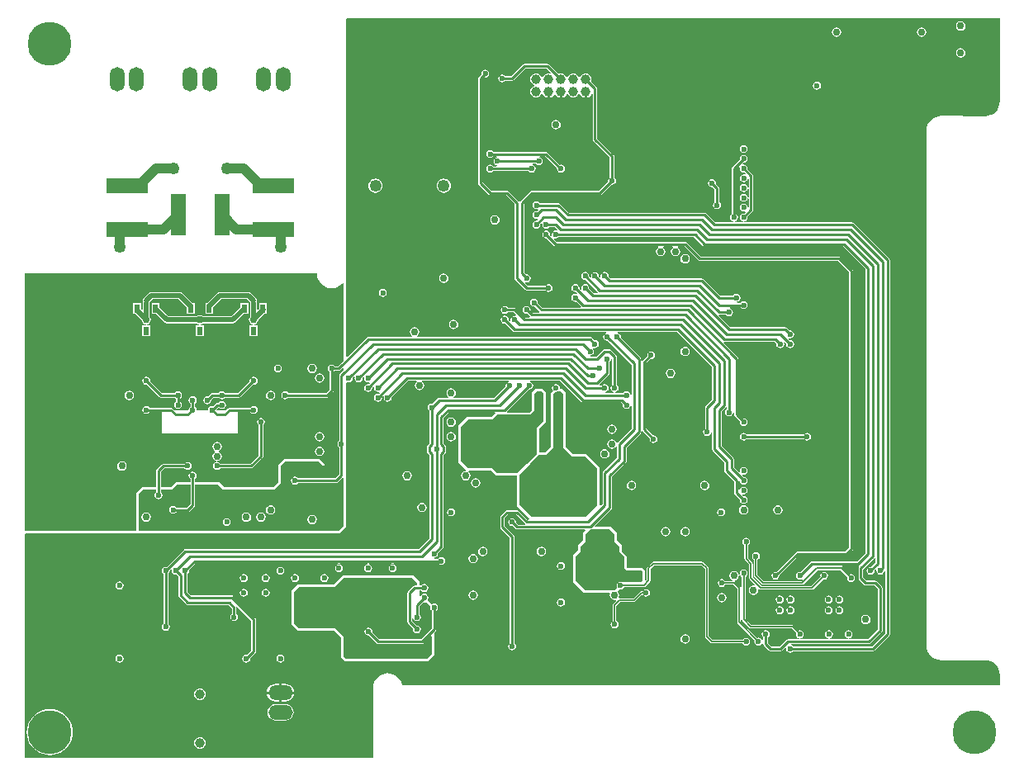
<source format=gbl>
G04 Layer_Physical_Order=4*
G04 Layer_Color=16711680*
%FSLAX25Y25*%
%MOIN*%
G70*
G01*
G75*
%ADD10C,0.00591*%
%ADD56C,0.00984*%
%ADD57C,0.01969*%
%ADD58C,0.03937*%
%ADD61O,0.05906X0.09843*%
%ADD62C,0.17716*%
%ADD63C,0.03937*%
%ADD64O,0.09843X0.05906*%
%ADD65C,0.02362*%
%ADD66C,0.02953*%
%ADD67C,0.04921*%
%ADD69R,0.02362X0.03543*%
%ADD70R,0.16535X0.05906*%
%ADD71R,0.05906X0.16535*%
G36*
X196850Y115748D02*
X196850D01*
X196876Y115720D01*
X196765Y114590D01*
X196427Y113477D01*
X195879Y112451D01*
X195141Y111552D01*
X194242Y110814D01*
X193216Y110266D01*
X192103Y109928D01*
X190945Y109814D01*
X173228Y109843D01*
Y109871D01*
X172071Y109757D01*
X170958Y109419D01*
X169932Y108871D01*
X169032Y108133D01*
X168294Y107234D01*
X167746Y106208D01*
X167408Y105095D01*
X167294Y103937D01*
X167323Y-103908D01*
X167294Y-103937D01*
X167294D01*
X167408Y-105095D01*
X167746Y-106208D01*
X168294Y-107234D01*
X169032Y-108133D01*
X169932Y-108871D01*
X170958Y-109419D01*
X172071Y-109757D01*
X173228Y-109871D01*
X190945Y-109843D01*
Y-109843D01*
X191423Y-109862D01*
X192104Y-109929D01*
X193217Y-110267D01*
X194242Y-110815D01*
X195141Y-111553D01*
X195879Y-112452D01*
X196427Y-113478D01*
X196765Y-114591D01*
X196879Y-115748D01*
X196850Y-120079D01*
X-44291D01*
X-44453Y-119654D01*
X-44714Y-118792D01*
X-45263Y-117766D01*
X-46001Y-116867D01*
X-46900Y-116129D01*
X-47926Y-115581D01*
X-49039Y-115243D01*
X-49714Y-115177D01*
X-50196Y-115129D01*
X-50197Y-115129D01*
Y-115129D01*
X-51354Y-115243D01*
X-52468Y-115581D01*
X-53494Y-116129D01*
X-54393Y-116867D01*
X-55131Y-117766D01*
X-55679Y-118792D01*
X-56017Y-119905D01*
X-56131Y-121063D01*
X-56103Y-148864D01*
X-56450Y-149213D01*
X-196850D01*
Y-79232D01*
Y-58911D01*
X-196502Y-58563D01*
X-69390Y-58563D01*
X-66929Y-56102D01*
X-66929Y2154D01*
X-66437Y2429D01*
X-65945Y2331D01*
X-65330Y2454D01*
X-64810Y2802D01*
X-64461Y3322D01*
X-64339Y3937D01*
X-64394Y4211D01*
X-63978Y4626D01*
X-63525Y4384D01*
X-63613Y3937D01*
X-63491Y3322D01*
X-63143Y2802D01*
X-62622Y2454D01*
X-62008Y2331D01*
X-61393Y2454D01*
X-60873Y2802D01*
X-60524Y3322D01*
X-60402Y3937D01*
X-60457Y4211D01*
X-60041Y4626D01*
X-59588Y4384D01*
X-59676Y3937D01*
X-59554Y3322D01*
X-59206Y2802D01*
X-58685Y2454D01*
X-58071Y2331D01*
X-57624Y2420D01*
X-57381Y1967D01*
X-57797Y1551D01*
X-58071Y1606D01*
X-58685Y1483D01*
X-59206Y1135D01*
X-59554Y614D01*
X-59676Y0D01*
X-59554Y-614D01*
X-59206Y-1135D01*
X-58685Y-1483D01*
X-58071Y-1606D01*
X-57456Y-1483D01*
X-56936Y-1135D01*
X-56587Y-614D01*
X-56465Y0D01*
X-56520Y274D01*
X-56104Y689D01*
X-55651Y447D01*
X-55739Y0D01*
X-55617Y-614D01*
X-55269Y-1135D01*
X-54748Y-1483D01*
X-54134Y-1606D01*
X-53687Y-1517D01*
X-53444Y-1970D01*
X-53860Y-2386D01*
X-54134Y-2331D01*
X-54748Y-2454D01*
X-55269Y-2802D01*
X-55617Y-3322D01*
X-55739Y-3937D01*
X-55617Y-4552D01*
X-55269Y-5072D01*
X-54748Y-5420D01*
X-54134Y-5543D01*
X-53519Y-5420D01*
X-52999Y-5072D01*
X-52650Y-4552D01*
X-52528Y-3937D01*
X-52583Y-3663D01*
X-52167Y-3248D01*
X-51714Y-3490D01*
X-51802Y-3937D01*
X-51680Y-4552D01*
X-51332Y-5072D01*
X-50811Y-5420D01*
X-50197Y-5543D01*
X-49582Y-5420D01*
X-49062Y-5072D01*
X-48713Y-4552D01*
X-48591Y-3937D01*
X-48646Y-3663D01*
X-41949Y3034D01*
X-38586D01*
X-38437Y2542D01*
X-38750Y2332D01*
X-39163Y1714D01*
X-39308Y984D01*
X-39163Y255D01*
X-38750Y-364D01*
X-38131Y-777D01*
X-37402Y-922D01*
X-36672Y-777D01*
X-36053Y-364D01*
X-35640Y255D01*
X-35495Y984D01*
X-35640Y1714D01*
X-36053Y2332D01*
X-36366Y2542D01*
X-36217Y3034D01*
X-1275D01*
X-1226Y2542D01*
X-1599Y2468D01*
X-2120Y2120D01*
X-2468Y1599D01*
X-2590Y984D01*
X-2535Y710D01*
X-7264Y-4018D01*
X-23422D01*
X-23571Y-3526D01*
X-23258Y-3317D01*
X-22845Y-2698D01*
X-22700Y-1969D01*
X-22845Y-1239D01*
X-23258Y-620D01*
X-23877Y-207D01*
X-24606Y-62D01*
X-25336Y-207D01*
X-25955Y-620D01*
X-26368Y-1239D01*
X-26513Y-1969D01*
X-26368Y-2698D01*
X-25955Y-3317D01*
X-25642Y-3526D01*
X-25791Y-4018D01*
X-29528D01*
X-29873Y-4087D01*
X-30166Y-4283D01*
X-32206Y-6323D01*
X-32480Y-6268D01*
X-33095Y-6391D01*
X-33616Y-6739D01*
X-33964Y-7260D01*
X-34086Y-7874D01*
X-33964Y-8489D01*
X-33616Y-9009D01*
X-33384Y-9165D01*
Y-22264D01*
X-34103Y-22983D01*
X-34299Y-23276D01*
X-34368Y-23622D01*
Y-25591D01*
X-34299Y-25936D01*
X-34103Y-26229D01*
X-33384Y-26949D01*
Y-60650D01*
X-37776Y-65042D01*
X-131890D01*
X-131890Y-65042D01*
X-132235Y-65110D01*
X-132528Y-65306D01*
X-139490Y-72268D01*
X-139764Y-72213D01*
X-140378Y-72335D01*
X-140899Y-72684D01*
X-141247Y-73204D01*
X-141369Y-73819D01*
X-141247Y-74433D01*
X-140899Y-74954D01*
X-140667Y-75109D01*
Y-95166D01*
X-140899Y-95321D01*
X-141247Y-95842D01*
X-141369Y-96457D01*
X-141247Y-97071D01*
X-140899Y-97592D01*
X-140378Y-97940D01*
X-139764Y-98062D01*
X-139149Y-97940D01*
X-138628Y-97592D01*
X-138280Y-97071D01*
X-138158Y-96457D01*
X-138280Y-95842D01*
X-138628Y-95321D01*
X-138861Y-95166D01*
Y-75109D01*
X-138628Y-74954D01*
X-138280Y-74433D01*
X-138158Y-73819D01*
X-138213Y-73545D01*
X-137797Y-73129D01*
X-137344Y-73372D01*
X-137432Y-73819D01*
X-137310Y-74433D01*
X-136962Y-74954D01*
X-136441Y-75302D01*
X-135827Y-75424D01*
X-135553Y-75370D01*
X-134761Y-76161D01*
Y-83661D01*
X-134693Y-84007D01*
X-134497Y-84300D01*
X-131544Y-87253D01*
X-131251Y-87449D01*
X-130905Y-87517D01*
X-114547D01*
X-113108Y-88957D01*
Y-91229D01*
X-113340Y-91384D01*
X-113688Y-91905D01*
X-113810Y-92520D01*
X-113688Y-93134D01*
X-113340Y-93655D01*
X-112819Y-94003D01*
X-112205Y-94125D01*
X-111590Y-94003D01*
X-111069Y-93655D01*
X-110721Y-93134D01*
X-110599Y-92520D01*
X-110721Y-91905D01*
X-111069Y-91384D01*
X-111302Y-91229D01*
Y-88583D01*
X-111320Y-88487D01*
X-110867Y-88245D01*
X-105234Y-93878D01*
Y-105925D01*
X-107010Y-107701D01*
X-107283Y-107646D01*
X-107898Y-107768D01*
X-108419Y-108117D01*
X-108767Y-108637D01*
X-108889Y-109252D01*
X-108767Y-109866D01*
X-108419Y-110387D01*
X-107898Y-110735D01*
X-107283Y-110858D01*
X-106669Y-110735D01*
X-106148Y-110387D01*
X-105800Y-109866D01*
X-105678Y-109252D01*
X-105732Y-108978D01*
X-103692Y-106938D01*
X-103496Y-106645D01*
X-103428Y-106299D01*
Y-93504D01*
X-103428Y-93504D01*
X-103496Y-93158D01*
X-103692Y-92865D01*
X-103692Y-92865D01*
X-112550Y-84007D01*
X-112843Y-83811D01*
X-113189Y-83742D01*
X-129547D01*
X-130987Y-82303D01*
Y-75109D01*
X-130754Y-74954D01*
X-130406Y-74433D01*
X-130284Y-73819D01*
X-130339Y-73545D01*
X-127579Y-70785D01*
X-70251D01*
X-70129Y-71227D01*
X-70129Y-71231D01*
X-70496Y-71351D01*
X-70555Y-71390D01*
X-71017Y-71699D01*
X-71365Y-72220D01*
X-71487Y-72835D01*
X-71365Y-73449D01*
X-71017Y-73970D01*
X-70496Y-74318D01*
X-69882Y-74440D01*
X-69267Y-74318D01*
X-68747Y-73970D01*
X-68398Y-73449D01*
X-68276Y-72835D01*
X-68398Y-72220D01*
X-68747Y-71699D01*
X-69209Y-71390D01*
X-69267Y-71351D01*
X-69635Y-71231D01*
X-69635Y-71227D01*
X-69513Y-70785D01*
X-58440D01*
X-58318Y-71227D01*
X-58318Y-71231D01*
X-58685Y-71351D01*
X-58744Y-71390D01*
X-59206Y-71699D01*
X-59554Y-72220D01*
X-59676Y-72835D01*
X-59554Y-73449D01*
X-59206Y-73970D01*
X-58685Y-74318D01*
X-58071Y-74440D01*
X-57456Y-74318D01*
X-56936Y-73970D01*
X-56587Y-73449D01*
X-56465Y-72835D01*
X-56587Y-72220D01*
X-56936Y-71699D01*
X-57398Y-71390D01*
X-57456Y-71351D01*
X-57824Y-71231D01*
X-57824Y-71227D01*
X-57702Y-70785D01*
X-48598D01*
X-48476Y-71227D01*
X-48475Y-71231D01*
X-48843Y-71351D01*
X-48901Y-71390D01*
X-49364Y-71699D01*
X-49712Y-72220D01*
X-49834Y-72835D01*
X-49712Y-73449D01*
X-49364Y-73970D01*
X-48843Y-74318D01*
X-48228Y-74440D01*
X-47614Y-74318D01*
X-47093Y-73970D01*
X-46745Y-73449D01*
X-46623Y-72835D01*
X-46745Y-72220D01*
X-47093Y-71699D01*
X-47555Y-71390D01*
X-47614Y-71351D01*
X-47982Y-71231D01*
X-47981Y-71227D01*
X-47859Y-70785D01*
X-29834D01*
X-29679Y-71017D01*
X-29158Y-71365D01*
X-28543Y-71487D01*
X-27929Y-71365D01*
X-27408Y-71017D01*
X-27060Y-70496D01*
X-26938Y-69882D01*
X-27060Y-69267D01*
X-27408Y-68747D01*
X-27929Y-68398D01*
X-28543Y-68276D01*
X-29158Y-68398D01*
X-29679Y-68747D01*
X-29834Y-68979D01*
X-31205D01*
X-31254Y-68487D01*
X-30882Y-68413D01*
X-30361Y-68064D01*
X-30013Y-67544D01*
X-29890Y-66929D01*
X-29945Y-66655D01*
X-27905Y-64615D01*
X-27709Y-64322D01*
X-27640Y-63976D01*
Y-26949D01*
X-26920Y-26229D01*
X-26725Y-25936D01*
X-26656Y-25591D01*
Y-23622D01*
X-26725Y-23276D01*
X-26920Y-22983D01*
X-27640Y-22264D01*
Y-12185D01*
X-25216Y-9761D01*
X-7012D01*
X-6809Y-10254D01*
X-8366Y-11811D01*
X-18209D01*
X-21654Y-15256D01*
Y-30020D01*
X-18625Y-33048D01*
X-18651Y-33213D01*
X-18819Y-33550D01*
X-19431Y-33672D01*
X-20049Y-34085D01*
X-20462Y-34703D01*
X-20607Y-35433D01*
X-20462Y-36163D01*
X-20049Y-36781D01*
X-19431Y-37195D01*
X-18701Y-37340D01*
X-17971Y-37195D01*
X-17353Y-36781D01*
X-16939Y-36163D01*
X-16794Y-35433D01*
X-16939Y-34703D01*
X-17353Y-34085D01*
X-17544Y-33957D01*
X-17395Y-33465D01*
X-8366D01*
X-6398Y-35433D01*
X1969D01*
Y-47736D01*
X6971Y-52739D01*
X6767Y-53231D01*
X6280D01*
X2607Y-49558D01*
X2314Y-49362D01*
X1969Y-49294D01*
X-1969D01*
X-2314Y-49362D01*
X-2607Y-49558D01*
X-4576Y-51527D01*
X-4771Y-51820D01*
X-4840Y-52165D01*
Y-56102D01*
X-4771Y-56448D01*
X-4576Y-56741D01*
X-903Y-60413D01*
Y-103040D01*
X-1135Y-103195D01*
X-1483Y-103716D01*
X-1606Y-104331D01*
X-1483Y-104945D01*
X-1135Y-105466D01*
X-614Y-105814D01*
X0Y-105936D01*
X614Y-105814D01*
X1135Y-105466D01*
X1483Y-104945D01*
X1606Y-104331D01*
X1483Y-103716D01*
X1135Y-103195D01*
X903Y-103040D01*
Y-60039D01*
X834Y-59694D01*
X639Y-59401D01*
X-3034Y-55728D01*
Y-52539D01*
X-1594Y-51100D01*
X1594D01*
X5201Y-54707D01*
X5152Y-54971D01*
X5020Y-55199D01*
X2343D01*
X1551Y-54408D01*
X1606Y-54134D01*
X1483Y-53519D01*
X1135Y-52999D01*
X614Y-52650D01*
X0Y-52528D01*
X-614Y-52650D01*
X-1135Y-52999D01*
X-1483Y-53519D01*
X-1606Y-54134D01*
X-1483Y-54748D01*
X-1135Y-55269D01*
X-614Y-55617D01*
X0Y-55739D01*
X274Y-55685D01*
X1330Y-56741D01*
X1623Y-56937D01*
X1969Y-57006D01*
X29458D01*
X29646Y-57460D01*
X28543Y-58563D01*
Y-61516D01*
X26575Y-63484D01*
X26575Y-65453D01*
X24606Y-67421D01*
Y-78248D01*
X29035Y-82677D01*
X39200D01*
X39530Y-83169D01*
X39432Y-83661D01*
X39577Y-84391D01*
X39990Y-85010D01*
X40609Y-85423D01*
X41339Y-85568D01*
X41764Y-85483D01*
X42006Y-85937D01*
X40842Y-87102D01*
X40690Y-87330D01*
X40636Y-87598D01*
Y-94048D01*
X40203Y-94337D01*
X39855Y-94858D01*
X39733Y-95472D01*
X39855Y-96087D01*
X40203Y-96608D01*
X40724Y-96956D01*
X41339Y-97078D01*
X41953Y-96956D01*
X42474Y-96608D01*
X42822Y-96087D01*
X42944Y-95472D01*
X42822Y-94858D01*
X42474Y-94337D01*
X42041Y-94048D01*
Y-87889D01*
X43598Y-86332D01*
X49213D01*
X49481Y-86279D01*
X49709Y-86127D01*
X52280Y-83555D01*
X52857Y-83601D01*
X52998Y-83812D01*
X53519Y-84161D01*
X54134Y-84283D01*
X54748Y-84161D01*
X55269Y-83812D01*
X55617Y-83292D01*
X55739Y-82677D01*
X55617Y-82063D01*
X55269Y-81542D01*
X54748Y-81194D01*
X54134Y-81072D01*
X53519Y-81194D01*
X52998Y-81542D01*
X52709Y-81975D01*
X52165D01*
X51897Y-82028D01*
X51669Y-82180D01*
X48922Y-84927D01*
X43334D01*
X43268Y-84861D01*
X43042Y-84478D01*
X43100Y-84391D01*
X43245Y-83661D01*
X43100Y-82932D01*
X42687Y-82313D01*
X42643Y-81865D01*
X43281Y-81227D01*
X43799Y-81330D01*
X44414Y-81208D01*
X44935Y-80860D01*
X45224Y-80427D01*
X53150D01*
X53418Y-80373D01*
X53646Y-80221D01*
X55615Y-78253D01*
X55767Y-78025D01*
X55821Y-77756D01*
Y-73126D01*
X57378Y-71569D01*
X76481D01*
X78038Y-73126D01*
Y-100394D01*
X78091Y-100663D01*
X78243Y-100890D01*
X80212Y-102859D01*
X80440Y-103011D01*
X80709Y-103065D01*
X93064D01*
X93353Y-103498D01*
X93874Y-103846D01*
X94488Y-103968D01*
X95103Y-103846D01*
X95624Y-103498D01*
X95972Y-102977D01*
X96094Y-102362D01*
X95972Y-101748D01*
X95624Y-101227D01*
X95103Y-100879D01*
X94488Y-100757D01*
X93874Y-100879D01*
X93353Y-101227D01*
X93064Y-101660D01*
X81000D01*
X79443Y-100103D01*
Y-72835D01*
X79389Y-72566D01*
X79237Y-72338D01*
X77268Y-70369D01*
X77040Y-70217D01*
X76772Y-70164D01*
X57087D01*
X56818Y-70217D01*
X56590Y-70369D01*
X54621Y-72338D01*
X54469Y-72566D01*
X54416Y-72835D01*
Y-77460D01*
X54073Y-77743D01*
X53642Y-77558D01*
Y-73819D01*
X52658Y-72835D01*
X46752D01*
X46260Y-72342D01*
Y-67913D01*
X44291Y-65945D01*
Y-63484D01*
X42323Y-61516D01*
X42323Y-58563D01*
X39862Y-56102D01*
X33416D01*
X33228Y-55648D01*
X40009Y-48867D01*
X40205Y-48574D01*
X40273Y-48228D01*
Y-35807D01*
X45914Y-30166D01*
X46110Y-29873D01*
X46179Y-29528D01*
Y-23996D01*
X51820Y-18355D01*
X52016Y-18062D01*
X52084Y-17717D01*
Y-17618D01*
X52312Y-17486D01*
X52576Y-17436D01*
X55535Y-20395D01*
X55481Y-20669D01*
X55603Y-21284D01*
X55951Y-21805D01*
X56472Y-22153D01*
X57087Y-22275D01*
X57701Y-22153D01*
X58222Y-21805D01*
X58570Y-21284D01*
X58692Y-20669D01*
X58570Y-20055D01*
X58222Y-19534D01*
X57701Y-19186D01*
X57087Y-19064D01*
X56813Y-19118D01*
X54053Y-16358D01*
Y9961D01*
X55828Y11736D01*
X56102Y11682D01*
X56717Y11804D01*
X57238Y12152D01*
X57586Y12673D01*
X57708Y13287D01*
X57586Y13902D01*
X57238Y14423D01*
X56717Y14771D01*
X56102Y14893D01*
X55488Y14771D01*
X54967Y14423D01*
X54619Y13902D01*
X54497Y13287D01*
X54551Y13013D01*
X52576Y11039D01*
X52312Y11088D01*
X52084Y11220D01*
Y11811D01*
X52084Y11811D01*
X52016Y12157D01*
X51820Y12450D01*
X51820Y12450D01*
X43874Y20395D01*
X43929Y20669D01*
X43806Y21284D01*
X43458Y21805D01*
X42937Y22153D01*
X42565Y22227D01*
X42614Y22719D01*
X66555D01*
X80790Y8484D01*
Y-4547D01*
X78101Y-7235D01*
X77906Y-7528D01*
X77837Y-7874D01*
Y-16426D01*
X77605Y-16581D01*
X77257Y-17102D01*
X77135Y-17717D01*
X77257Y-18331D01*
X77605Y-18852D01*
X78126Y-19200D01*
X78740Y-19322D01*
X79355Y-19200D01*
X79875Y-18852D01*
X80224Y-18331D01*
X80298Y-17959D01*
X80790Y-18007D01*
Y-24606D01*
X80858Y-24952D01*
X81054Y-25245D01*
X85711Y-29902D01*
Y-33465D01*
X85780Y-33810D01*
X85975Y-34103D01*
X85976Y-34103D01*
X89648Y-37776D01*
Y-42323D01*
X89717Y-42669D01*
X89912Y-42961D01*
X91953Y-45002D01*
X91898Y-45276D01*
X92020Y-45890D01*
X92369Y-46411D01*
X92889Y-46759D01*
X93214Y-46823D01*
X93310Y-46843D01*
Y-47344D01*
X93214Y-47364D01*
X92774Y-47451D01*
X92156Y-47864D01*
X91742Y-48483D01*
X91597Y-49213D01*
X91742Y-49942D01*
X92156Y-50561D01*
X92774Y-50974D01*
X93504Y-51119D01*
X94234Y-50974D01*
X94852Y-50561D01*
X95266Y-49942D01*
X95411Y-49213D01*
X95266Y-48483D01*
X94852Y-47864D01*
X94234Y-47451D01*
X93794Y-47364D01*
X93698Y-47344D01*
Y-46843D01*
X93794Y-46823D01*
X94118Y-46759D01*
X94639Y-46411D01*
X94987Y-45890D01*
X95110Y-45276D01*
X94987Y-44661D01*
X94639Y-44140D01*
X94118Y-43792D01*
X93504Y-43670D01*
X93230Y-43724D01*
X92814Y-43309D01*
X93057Y-42855D01*
X93504Y-42944D01*
X94118Y-42822D01*
X94639Y-42474D01*
X94987Y-41953D01*
X95110Y-41339D01*
X94987Y-40724D01*
X94639Y-40203D01*
X94118Y-39855D01*
X93504Y-39733D01*
X92889Y-39855D01*
X92369Y-40203D01*
X92020Y-40724D01*
X91947Y-41096D01*
X91454Y-41048D01*
Y-37692D01*
X91947Y-37644D01*
X92020Y-38016D01*
X92369Y-38537D01*
X92889Y-38885D01*
X93504Y-39007D01*
X94118Y-38885D01*
X94639Y-38537D01*
X94987Y-38016D01*
X95110Y-37402D01*
X94987Y-36787D01*
X94639Y-36266D01*
X94118Y-35918D01*
X93504Y-35796D01*
X93230Y-35850D01*
X92814Y-35435D01*
X93057Y-34981D01*
X93504Y-35070D01*
X94118Y-34948D01*
X94639Y-34600D01*
X94987Y-34079D01*
X95110Y-33465D01*
X94987Y-32850D01*
X94639Y-32329D01*
X94118Y-31981D01*
X93504Y-31859D01*
X92889Y-31981D01*
X92369Y-32329D01*
X92020Y-32850D01*
X91898Y-33465D01*
X91987Y-33912D01*
X91534Y-34154D01*
X89486Y-32106D01*
Y-28543D01*
X89417Y-28198D01*
X89221Y-27905D01*
X84565Y-23248D01*
Y-9232D01*
X86203Y-7594D01*
X86467Y-7643D01*
X86695Y-7776D01*
Y-8552D01*
X86463Y-8707D01*
X86115Y-9228D01*
X85993Y-9843D01*
X86115Y-10457D01*
X86463Y-10978D01*
X86984Y-11326D01*
X87598Y-11448D01*
X88213Y-11326D01*
X88734Y-10978D01*
X89082Y-10457D01*
X89156Y-10085D01*
X89648Y-10133D01*
Y-10827D01*
X89717Y-11172D01*
X89912Y-11465D01*
X91953Y-13506D01*
X91898Y-13780D01*
X92020Y-14394D01*
X92369Y-14915D01*
X92889Y-15263D01*
X93504Y-15385D01*
X94118Y-15263D01*
X94639Y-14915D01*
X94987Y-14394D01*
X95110Y-13780D01*
X94987Y-13165D01*
X94639Y-12644D01*
X94118Y-12296D01*
X93504Y-12174D01*
X93230Y-12228D01*
X91454Y-10453D01*
Y11811D01*
X91386Y12157D01*
X91190Y12450D01*
X85292Y18347D01*
X85535Y18801D01*
X85630Y18782D01*
X105925D01*
X106717Y17990D01*
X106662Y17717D01*
X106784Y17102D01*
X107132Y16581D01*
X107653Y16233D01*
X108268Y16111D01*
X108882Y16233D01*
X109403Y16581D01*
X109751Y17102D01*
X109873Y17717D01*
X109784Y18164D01*
X110238Y18406D01*
X110653Y17990D01*
X110599Y17717D01*
X110721Y17102D01*
X111069Y16581D01*
X111590Y16233D01*
X112205Y16111D01*
X112819Y16233D01*
X113340Y16581D01*
X113688Y17102D01*
X113810Y17717D01*
X113688Y18331D01*
X113340Y18852D01*
X112819Y19200D01*
X112205Y19322D01*
X111931Y19268D01*
X111515Y19683D01*
X111758Y20137D01*
X112205Y20048D01*
X112819Y20170D01*
X113340Y20518D01*
X113688Y21039D01*
X113810Y21654D01*
X113688Y22268D01*
X113340Y22789D01*
X112819Y23137D01*
X112205Y23259D01*
X111931Y23205D01*
X110875Y24261D01*
X110582Y24456D01*
X110236Y24525D01*
X87972D01*
X83324Y29174D01*
X83566Y29628D01*
X83661Y29609D01*
X83662Y29609D01*
X86308D01*
X86463Y29376D01*
X86984Y29028D01*
X87598Y28906D01*
X88213Y29028D01*
X88734Y29376D01*
X89082Y29897D01*
X89204Y30512D01*
X89082Y31126D01*
X88734Y31647D01*
X88213Y31995D01*
X87841Y32069D01*
X87889Y32561D01*
X92213D01*
X92369Y32329D01*
X92889Y31981D01*
X93504Y31859D01*
X94118Y31981D01*
X94639Y32329D01*
X94987Y32850D01*
X95110Y33465D01*
X94987Y34079D01*
X94639Y34600D01*
X94118Y34948D01*
X93504Y35070D01*
X92889Y34948D01*
X92369Y34600D01*
X92213Y34368D01*
X90842D01*
X90794Y34860D01*
X91166Y34934D01*
X91686Y35282D01*
X92035Y35803D01*
X92157Y36417D01*
X92035Y37032D01*
X91686Y37553D01*
X91166Y37901D01*
X90551Y38023D01*
X89937Y37901D01*
X89416Y37553D01*
X89261Y37321D01*
X84035D01*
X77410Y43946D01*
X77117Y44142D01*
X76772Y44210D01*
X39744D01*
X38953Y45002D01*
X39007Y45276D01*
X38885Y45890D01*
X38537Y46411D01*
X38016Y46759D01*
X37402Y46881D01*
X36787Y46759D01*
X36266Y46411D01*
X35918Y45890D01*
X35796Y45276D01*
X35885Y44829D01*
X35431Y44586D01*
X35016Y45002D01*
X35070Y45276D01*
X34948Y45890D01*
X34600Y46411D01*
X34079Y46759D01*
X33465Y46881D01*
X32850Y46759D01*
X32329Y46411D01*
X31981Y45890D01*
X31859Y45276D01*
X31948Y44829D01*
X31494Y44586D01*
X31079Y45002D01*
X31133Y45276D01*
X31011Y45890D01*
X30663Y46411D01*
X30142Y46759D01*
X29528Y46881D01*
X28913Y46759D01*
X28392Y46411D01*
X28044Y45890D01*
X27922Y45276D01*
X28044Y44661D01*
X28392Y44140D01*
X28913Y43792D01*
X29528Y43670D01*
X29801Y43724D01*
X34729Y38797D01*
X34679Y38533D01*
X34547Y38305D01*
X32854D01*
X31079Y40080D01*
X31133Y40354D01*
X31011Y40969D01*
X30663Y41490D01*
X30142Y41838D01*
X29528Y41960D01*
X28913Y41838D01*
X28392Y41490D01*
X28044Y40969D01*
X27922Y40354D01*
X28011Y39907D01*
X27557Y39665D01*
X27142Y40080D01*
X27196Y40354D01*
X27074Y40969D01*
X26726Y41490D01*
X26205Y41838D01*
X25591Y41960D01*
X24976Y41838D01*
X24455Y41490D01*
X24107Y40969D01*
X23985Y40354D01*
X24107Y39740D01*
X24455Y39219D01*
X24976Y38871D01*
X25591Y38749D01*
X25864Y38803D01*
X26280Y38388D01*
X26038Y37934D01*
X25591Y38023D01*
X24976Y37901D01*
X24455Y37553D01*
X24107Y37032D01*
X23985Y36417D01*
X24107Y35803D01*
X24455Y35282D01*
X24976Y34934D01*
X25591Y34812D01*
X25864Y34866D01*
X27839Y32891D01*
X27790Y32627D01*
X27657Y32399D01*
X12185D01*
X10409Y34175D01*
X10464Y34449D01*
X10342Y35063D01*
X9994Y35584D01*
X9473Y35932D01*
X8858Y36055D01*
X8244Y35932D01*
X7723Y35584D01*
X7375Y35063D01*
X7253Y34449D01*
X7375Y33834D01*
X7723Y33314D01*
X8244Y32965D01*
X8858Y32843D01*
X9132Y32898D01*
X11107Y30923D01*
X11057Y30659D01*
X10925Y30431D01*
X8248D01*
X7457Y31222D01*
X7511Y31496D01*
X7389Y32111D01*
X7041Y32631D01*
X6520Y32980D01*
X5906Y33102D01*
X5291Y32980D01*
X4770Y32631D01*
X4422Y32111D01*
X4300Y31496D01*
X4422Y30882D01*
X4770Y30361D01*
X5291Y30013D01*
X5906Y29890D01*
X6179Y29945D01*
X7170Y28954D01*
X7120Y28690D01*
X6988Y28462D01*
X5295D01*
X1623Y32135D01*
X1330Y32331D01*
X984Y32399D01*
X-1662D01*
X-1817Y32631D01*
X-2338Y32980D01*
X-2953Y33102D01*
X-3567Y32980D01*
X-4088Y32631D01*
X-4436Y32111D01*
X-4558Y31496D01*
X-4436Y30882D01*
X-4088Y30361D01*
X-3567Y30013D01*
X-2953Y29890D01*
X-2338Y30013D01*
X-1817Y30361D01*
X-1662Y30593D01*
X610D01*
X1674Y29529D01*
X1431Y29076D01*
X984Y29165D01*
X370Y29043D01*
X-151Y28694D01*
X-499Y28174D01*
X-621Y27559D01*
X-532Y27112D01*
X-986Y26870D01*
X-1402Y27285D01*
X-1347Y27559D01*
X-1469Y28174D01*
X-1817Y28694D01*
X-2338Y29043D01*
X-2953Y29165D01*
X-3567Y29043D01*
X-4088Y28694D01*
X-4436Y28174D01*
X-4558Y27559D01*
X-4436Y26945D01*
X-4088Y26424D01*
X-3567Y26076D01*
X-2953Y25953D01*
X-2679Y26008D01*
X346Y22983D01*
X639Y22788D01*
X984Y22719D01*
X38095D01*
X38144Y22227D01*
X37771Y22153D01*
X37251Y21805D01*
X36902Y21284D01*
X36780Y20669D01*
X36902Y20055D01*
X37251Y19534D01*
X37771Y19186D01*
X38386Y19064D01*
X38660Y19118D01*
X48309Y9468D01*
Y-2662D01*
X47817Y-2711D01*
X47743Y-2338D01*
X47395Y-1817D01*
X46874Y-1469D01*
X46260Y-1347D01*
X45645Y-1469D01*
X45124Y-1817D01*
X44969Y-2050D01*
X41629D01*
X41581Y-1558D01*
X41953Y-1483D01*
X42474Y-1135D01*
X42822Y-614D01*
X42944Y0D01*
X42822Y614D01*
X42474Y1135D01*
X42242Y1290D01*
Y12795D01*
X42173Y13141D01*
X41977Y13434D01*
X40009Y15402D01*
X39716Y15598D01*
X39370Y15667D01*
X37402D01*
X37056Y15598D01*
X36763Y15402D01*
X34075Y12714D01*
X31787D01*
X31738Y13206D01*
X32111Y13280D01*
X32631Y13628D01*
X32980Y14149D01*
X33102Y14764D01*
X32980Y15378D01*
X32712Y15779D01*
X32992Y16205D01*
X33465Y16111D01*
X34079Y16233D01*
X34600Y16581D01*
X34948Y17102D01*
X35070Y17717D01*
X34948Y18331D01*
X34600Y18852D01*
X34079Y19200D01*
X33465Y19322D01*
X33191Y19268D01*
X32135Y20324D01*
X31842Y20519D01*
X31496Y20588D01*
X-38186D01*
X-38335Y21080D01*
X-38022Y21290D01*
X-37609Y21908D01*
X-37463Y22638D01*
X-37609Y23368D01*
X-38022Y23986D01*
X-38640Y24399D01*
X-39370Y24544D01*
X-40100Y24399D01*
X-40718Y23986D01*
X-41132Y23368D01*
X-41277Y22638D01*
X-41132Y21908D01*
X-40718Y21290D01*
X-40405Y21080D01*
X-40554Y20588D01*
X-58071D01*
X-58416Y20519D01*
X-58710Y20324D01*
X-58710Y20324D01*
X-66474Y12559D01*
X-66929Y12747D01*
X-66929Y148865D01*
X-66581Y149213D01*
X196850D01*
Y115748D01*
D02*
G37*
G36*
X40435Y11520D02*
Y1290D01*
X40203Y1135D01*
X39855Y614D01*
X39733Y0D01*
X39855Y-614D01*
X40203Y-1135D01*
X40724Y-1483D01*
X41096Y-1558D01*
X41048Y-2050D01*
X37692D01*
X37644Y-1558D01*
X38016Y-1483D01*
X38537Y-1135D01*
X38885Y-614D01*
X39007Y0D01*
X38885Y614D01*
X38537Y1135D01*
X38016Y1483D01*
X37402Y1606D01*
X36787Y1483D01*
X36266Y1135D01*
X36111Y903D01*
X35335D01*
X35203Y1131D01*
X35153Y1395D01*
X39024Y5267D01*
X39024Y5267D01*
X39042Y5294D01*
X39068Y5314D01*
X39140Y5440D01*
X39220Y5560D01*
X39227Y5592D01*
X39243Y5620D01*
X39261Y5764D01*
X39289Y5906D01*
Y10520D01*
X39521Y10676D01*
X39869Y11197D01*
X39943Y11569D01*
X40435Y11520D01*
D02*
G37*
G36*
X27905Y-5560D02*
X27905Y-5560D01*
X28198Y-5756D01*
X28543Y-5824D01*
X28543Y-5824D01*
X43917D01*
X44709Y-6616D01*
X44654Y-6890D01*
X44776Y-7504D01*
X45125Y-8025D01*
X45645Y-8373D01*
X46260Y-8495D01*
X46874Y-8373D01*
X47395Y-8025D01*
X47743Y-7504D01*
X47817Y-7132D01*
X48309Y-7181D01*
Y-16358D01*
X42669Y-21999D01*
X42643Y-22037D01*
X42121Y-21933D01*
X42116Y-21908D01*
X41703Y-21290D01*
X41084Y-20876D01*
X40354Y-20731D01*
X39625Y-20876D01*
X39006Y-21290D01*
X38593Y-21908D01*
X38448Y-22638D01*
X38593Y-23368D01*
X39006Y-23986D01*
X39625Y-24399D01*
X40354Y-24544D01*
X41084Y-24399D01*
X41703Y-23986D01*
X41912Y-23673D01*
X42404Y-23822D01*
Y-28169D01*
X36763Y-33810D01*
X36567Y-34103D01*
X36498Y-34449D01*
Y-46870D01*
X35925Y-47443D01*
X35433Y-47239D01*
Y-31988D01*
X30020Y-26575D01*
X24606D01*
X21654Y-23622D01*
Y-1969D01*
X20177Y-492D01*
X19612D01*
X19300Y-112D01*
X19322Y0D01*
X19200Y614D01*
X18852Y1135D01*
X18331Y1483D01*
X17717Y1606D01*
X17102Y1483D01*
X16581Y1135D01*
X16233Y614D01*
X16111Y0D01*
X16233Y-614D01*
X16581Y-1135D01*
X15748Y-1969D01*
Y-23622D01*
X13287Y-26083D01*
X10827D01*
Y-16240D01*
X13780Y-13780D01*
Y-1969D01*
X12303Y-492D01*
X9350D01*
X7874Y-1969D01*
Y-8858D01*
X6890Y-9843D01*
X-1964D01*
X-2168Y-9350D01*
X6616Y-567D01*
X6890Y-621D01*
X7504Y-499D01*
X8025Y-151D01*
X8373Y370D01*
X8495Y984D01*
X8373Y1599D01*
X8025Y2120D01*
X7504Y2468D01*
X7132Y2542D01*
X7181Y3034D01*
X19311D01*
X27905Y-5560D01*
D02*
G37*
G36*
X12795Y-2461D02*
X12795Y-13287D01*
X9843Y-16240D01*
X9843Y-26575D01*
X5905Y-30512D01*
X5905D01*
X5905Y-30512D01*
X1969Y-34449D01*
X-5906Y-34449D01*
X-7874Y-32480D01*
X-17717D01*
X-20669Y-29528D01*
Y-15748D01*
X-17717Y-12795D01*
X-7874D01*
X-5906Y-10827D01*
X7382Y-10827D01*
X8858Y-9350D01*
Y-2461D01*
X9843Y-1476D01*
X11811D01*
X12795Y-2461D01*
D02*
G37*
G36*
X-78769Y46260D02*
X-78769Y46259D01*
X-78655Y45101D01*
X-78317Y43988D01*
X-77769Y42963D01*
X-77031Y42064D01*
X-76132Y41326D01*
X-75106Y40777D01*
X-73993Y40440D01*
X-72835Y40326D01*
X-72835Y40326D01*
X-72835Y40326D01*
X-71677Y40440D01*
X-70564Y40778D01*
X-69538Y41326D01*
X-68639Y42064D01*
X-68384Y42374D01*
X-67913Y42206D01*
Y37402D01*
X-67913Y11120D01*
X-70256Y8777D01*
X-71544D01*
X-71699Y9009D01*
X-72220Y9358D01*
X-72835Y9480D01*
X-73449Y9358D01*
X-73970Y9009D01*
X-74318Y8489D01*
X-74440Y7874D01*
X-74318Y7260D01*
X-73970Y6739D01*
X-73738Y6583D01*
Y-610D01*
X-75177Y-2050D01*
X-90245D01*
X-90400Y-1817D01*
X-90921Y-1469D01*
X-91535Y-1347D01*
X-92150Y-1469D01*
X-92671Y-1817D01*
X-93019Y-2338D01*
X-93141Y-2953D01*
X-93019Y-3567D01*
X-92671Y-4088D01*
X-92150Y-4436D01*
X-91535Y-4558D01*
X-90921Y-4436D01*
X-90400Y-4088D01*
X-90245Y-3856D01*
X-74803D01*
X-74458Y-3787D01*
X-74164Y-3591D01*
X-72196Y-1623D01*
X-72000Y-1330D01*
X-71931Y-984D01*
Y6583D01*
X-71699Y6739D01*
X-71544Y6971D01*
X-69882D01*
X-69536Y7040D01*
X-69243Y7235D01*
X-68375Y8103D01*
X-67913Y7912D01*
Y7183D01*
X-69536Y5560D01*
X-69732Y5267D01*
X-69801Y4921D01*
Y-21347D01*
X-70033Y-21502D01*
X-70381Y-22023D01*
X-70503Y-22638D01*
X-70381Y-23252D01*
X-70033Y-23773D01*
X-69801Y-23928D01*
Y-35059D01*
X-71240Y-36498D01*
X-86308D01*
X-86463Y-36266D01*
X-86984Y-35918D01*
X-87598Y-35796D01*
X-88213Y-35918D01*
X-88734Y-36266D01*
X-89082Y-36787D01*
X-89204Y-37402D01*
X-89082Y-38016D01*
X-88734Y-38537D01*
X-88213Y-38885D01*
X-87598Y-39007D01*
X-86984Y-38885D01*
X-86463Y-38537D01*
X-86308Y-38305D01*
X-70866D01*
X-70521Y-38236D01*
X-70227Y-38040D01*
X-68413Y-36226D01*
X-67913Y-36433D01*
X-67914Y-55610D01*
X-69882Y-57579D01*
X-150091Y-57579D01*
X-150591Y-57579D01*
Y-42815D01*
X-148622Y-40846D01*
X-143620D01*
Y-42017D01*
X-143852Y-42172D01*
X-144200Y-42693D01*
X-144322Y-43307D01*
X-144200Y-43922D01*
X-143852Y-44442D01*
X-143331Y-44791D01*
X-142717Y-44913D01*
X-142102Y-44791D01*
X-141581Y-44442D01*
X-141233Y-43922D01*
X-141111Y-43307D01*
X-141233Y-42693D01*
X-141581Y-42172D01*
X-141813Y-42017D01*
Y-40846D01*
X-137303D01*
X-135335Y-38878D01*
X-129840D01*
Y-46870D01*
X-131280Y-48309D01*
X-135521D01*
X-135676Y-48077D01*
X-136197Y-47729D01*
X-136811Y-47607D01*
X-137425Y-47729D01*
X-137946Y-48077D01*
X-138294Y-48598D01*
X-138417Y-49213D01*
X-138294Y-49827D01*
X-137946Y-50348D01*
X-137425Y-50696D01*
X-136811Y-50818D01*
X-136197Y-50696D01*
X-135676Y-50348D01*
X-135521Y-50116D01*
X-130905D01*
X-130560Y-50047D01*
X-130267Y-49851D01*
X-128298Y-47883D01*
X-128103Y-47590D01*
X-128034Y-47244D01*
Y-38878D01*
X-118602D01*
X-116634Y-40846D01*
X-95965D01*
X-93504Y-38386D01*
X-93504Y-31496D01*
X-91536Y-29528D01*
X-78248D01*
X-76287Y-31488D01*
X-76279Y-31496D01*
X-75787Y-31496D01*
X-75787Y-31477D01*
X-75787Y-31477D01*
Y-30512D01*
X-77756Y-28543D01*
X-92028D01*
X-94488Y-31004D01*
X-94488Y-37894D01*
X-96457Y-39862D01*
X-116142D01*
X-118110Y-37894D01*
X-128034D01*
Y-36724D01*
X-127802Y-36568D01*
X-127454Y-36048D01*
X-127331Y-35433D01*
X-127454Y-34819D01*
X-127802Y-34298D01*
X-128323Y-33950D01*
X-128937Y-33827D01*
X-129551Y-33950D01*
X-130072Y-34298D01*
X-130420Y-34819D01*
X-130543Y-35433D01*
X-130420Y-36048D01*
X-130072Y-36568D01*
X-129840Y-36724D01*
Y-37894D01*
X-135827D01*
X-137795Y-39862D01*
X-141813D01*
Y-33839D01*
X-140374Y-32399D01*
X-132196D01*
X-132041Y-32631D01*
X-131520Y-32980D01*
X-130905Y-33102D01*
X-130291Y-32980D01*
X-129770Y-32631D01*
X-129422Y-32111D01*
X-129300Y-31496D01*
X-129422Y-30882D01*
X-129770Y-30361D01*
X-130291Y-30013D01*
X-130905Y-29890D01*
X-131520Y-30013D01*
X-132041Y-30361D01*
X-132196Y-30593D01*
X-140748D01*
X-141094Y-30662D01*
X-141387Y-30857D01*
X-143355Y-32826D01*
X-143551Y-33119D01*
X-143620Y-33465D01*
Y-39862D01*
X-149114D01*
X-151575Y-42323D01*
Y-57579D01*
X-152075Y-57579D01*
X-196850Y-57579D01*
X-196850Y46260D01*
X-147638D01*
X-78769Y46260D01*
D02*
G37*
G36*
X41339Y-59055D02*
Y-62008D01*
X43307Y-63976D01*
Y-65453D01*
Y-65945D01*
X45276Y-67913D01*
Y-72835D01*
X46260Y-73819D01*
X52165D01*
X52658Y-74311D01*
X52658Y-77756D01*
X52165Y-78248D01*
X44783D01*
X44640Y-78392D01*
X44414Y-78241D01*
X43799Y-78119D01*
X43185Y-78241D01*
X42664Y-78589D01*
X42316Y-79110D01*
X42194Y-79724D01*
X42316Y-80339D01*
X42467Y-80565D01*
X41339Y-81693D01*
X29528D01*
X25591Y-77756D01*
Y-67913D01*
X27559Y-65945D01*
Y-63976D01*
X29528Y-62008D01*
Y-59055D01*
X31496Y-57087D01*
X39370D01*
X41339Y-59055D01*
D02*
G37*
G36*
X20669Y-2461D02*
Y-24114D01*
X24114Y-27559D01*
X29528D01*
X34449Y-32480D01*
Y-47244D01*
X29528Y-52165D01*
X7874D01*
X2953Y-47244D01*
Y-34941D01*
X7034Y-30860D01*
X7382Y-30512D01*
D01*
X7730Y-30164D01*
X9414Y-28480D01*
X10827Y-27067D01*
X13780D01*
X16732Y-24114D01*
Y-2461D01*
X17609Y-1584D01*
X17717Y-1606D01*
X18331Y-1483D01*
X18342Y-1476D01*
X19685D01*
X20669Y-2461D01*
D02*
G37*
%LPC*%
G36*
X-158465Y-78119D02*
X-159079Y-78241D01*
X-159600Y-78589D01*
X-159948Y-79110D01*
X-160070Y-79724D01*
X-159948Y-80339D01*
X-159600Y-80860D01*
X-159079Y-81208D01*
X-158465Y-81330D01*
X-157850Y-81208D01*
X-157329Y-80860D01*
X-156981Y-80339D01*
X-156859Y-79724D01*
X-156981Y-79110D01*
X-157329Y-78589D01*
X-157850Y-78241D01*
X-158465Y-78119D01*
D02*
G37*
G36*
X-93504Y-72213D02*
X-94118Y-72335D01*
X-94639Y-72684D01*
X-94987Y-73204D01*
X-95110Y-73819D01*
X-94987Y-74433D01*
X-94639Y-74954D01*
X-94118Y-75302D01*
X-93504Y-75424D01*
X-92889Y-75302D01*
X-92369Y-74954D01*
X-92020Y-74433D01*
X-91898Y-73819D01*
X-92020Y-73204D01*
X-92369Y-72684D01*
X-92889Y-72335D01*
X-93504Y-72213D01*
D02*
G37*
G36*
X94488Y-60402D02*
X93874Y-60524D01*
X93353Y-60873D01*
X93005Y-61393D01*
X92883Y-62008D01*
X93005Y-62622D01*
X93353Y-63143D01*
X93786Y-63433D01*
Y-68898D01*
X93839Y-69166D01*
X93992Y-69394D01*
X95754Y-71157D01*
Y-76772D01*
X95808Y-77040D01*
X95960Y-77268D01*
X98109Y-79417D01*
X97867Y-79871D01*
X97441Y-79786D01*
X96711Y-79931D01*
X96093Y-80345D01*
X95679Y-80963D01*
X95534Y-81693D01*
X95679Y-82423D01*
X96093Y-83041D01*
X96711Y-83455D01*
X97441Y-83600D01*
X98171Y-83455D01*
X98789Y-83041D01*
X99202Y-82423D01*
X99348Y-81693D01*
X99263Y-81267D01*
X99716Y-81025D01*
X99897Y-81205D01*
X100125Y-81358D01*
X100394Y-81411D01*
X121063D01*
X121332Y-81358D01*
X121560Y-81205D01*
X125474Y-77292D01*
X125984Y-77393D01*
X126599Y-77271D01*
X127120Y-76923D01*
X127468Y-76402D01*
X127590Y-75787D01*
X127468Y-75173D01*
X127120Y-74652D01*
X126599Y-74304D01*
X125984Y-74182D01*
X125370Y-74304D01*
X124849Y-74652D01*
X124501Y-75173D01*
X124379Y-75787D01*
X124480Y-76298D01*
X120772Y-80006D01*
X100685D01*
X97159Y-76481D01*
Y-70866D01*
X97106Y-70597D01*
X96953Y-70369D01*
X95191Y-68607D01*
Y-63433D01*
X95624Y-63143D01*
X95972Y-62622D01*
X96094Y-62008D01*
X95972Y-61393D01*
X95624Y-60873D01*
X95103Y-60524D01*
X94488Y-60402D01*
D02*
G37*
G36*
X-99410Y-75166D02*
X-100024Y-75288D01*
X-100545Y-75636D01*
X-100893Y-76157D01*
X-101015Y-76772D01*
X-100893Y-77386D01*
X-100545Y-77907D01*
X-100024Y-78255D01*
X-99410Y-78377D01*
X-98795Y-78255D01*
X-98274Y-77907D01*
X-97926Y-77386D01*
X-97804Y-76772D01*
X-97926Y-76157D01*
X-98274Y-75636D01*
X-98795Y-75288D01*
X-99410Y-75166D01*
D02*
G37*
G36*
X-108268D02*
X-108882Y-75288D01*
X-109403Y-75636D01*
X-109751Y-76157D01*
X-109873Y-76772D01*
X-109751Y-77386D01*
X-109403Y-77907D01*
X-108882Y-78255D01*
X-108268Y-78377D01*
X-107653Y-78255D01*
X-107132Y-77907D01*
X-106784Y-77386D01*
X-106662Y-76772D01*
X-106784Y-76157D01*
X-107132Y-75636D01*
X-107653Y-75288D01*
X-108268Y-75166D01*
D02*
G37*
G36*
X-75787D02*
X-76402Y-75288D01*
X-76923Y-75636D01*
X-77271Y-76157D01*
X-77393Y-76772D01*
X-77271Y-77386D01*
X-76923Y-77907D01*
X-76402Y-78255D01*
X-75787Y-78377D01*
X-75173Y-78255D01*
X-74652Y-77907D01*
X-74304Y-77386D01*
X-74182Y-76772D01*
X-74304Y-76157D01*
X-74652Y-75636D01*
X-75173Y-75288D01*
X-75787Y-75166D01*
D02*
G37*
G36*
X-87598D02*
X-88213Y-75288D01*
X-88734Y-75636D01*
X-89082Y-76157D01*
X-89204Y-76772D01*
X-89082Y-77386D01*
X-88734Y-77907D01*
X-88213Y-78255D01*
X-87598Y-78377D01*
X-86984Y-78255D01*
X-86463Y-77907D01*
X-86115Y-77386D01*
X-85993Y-76772D01*
X-86115Y-76157D01*
X-86463Y-75636D01*
X-86984Y-75288D01*
X-87598Y-75166D01*
D02*
G37*
G36*
X19685Y-70245D02*
X19071Y-70367D01*
X18550Y-70715D01*
X18202Y-71236D01*
X18079Y-71850D01*
X18202Y-72465D01*
X18550Y-72986D01*
X19071Y-73334D01*
X19685Y-73456D01*
X20300Y-73334D01*
X20820Y-72986D01*
X21169Y-72465D01*
X21291Y-71850D01*
X21169Y-71236D01*
X20820Y-70715D01*
X20300Y-70367D01*
X19685Y-70245D01*
D02*
G37*
G36*
X-107283Y-50259D02*
X-108013Y-50404D01*
X-108632Y-50817D01*
X-109045Y-51436D01*
X-109190Y-52165D01*
X-109045Y-52895D01*
X-108632Y-53514D01*
X-108013Y-53927D01*
X-107283Y-54072D01*
X-106554Y-53927D01*
X-105935Y-53514D01*
X-105522Y-52895D01*
X-105377Y-52165D01*
X-105522Y-51436D01*
X-105935Y-50817D01*
X-106554Y-50404D01*
X-107283Y-50259D01*
D02*
G37*
G36*
X-147638D02*
X-148368Y-50404D01*
X-148986Y-50817D01*
X-149399Y-51436D01*
X-149545Y-52165D01*
X-149399Y-52895D01*
X-148986Y-53514D01*
X-148368Y-53927D01*
X-147638Y-54072D01*
X-146908Y-53927D01*
X-146290Y-53514D01*
X-145876Y-52895D01*
X-145731Y-52165D01*
X-145876Y-51436D01*
X-146290Y-50817D01*
X-146908Y-50404D01*
X-147638Y-50259D01*
D02*
G37*
G36*
X-80709Y-51243D02*
X-81438Y-51388D01*
X-82057Y-51801D01*
X-82470Y-52420D01*
X-82615Y-53150D01*
X-82470Y-53879D01*
X-82057Y-54498D01*
X-81438Y-54911D01*
X-80709Y-55056D01*
X-79979Y-54911D01*
X-79360Y-54498D01*
X-78947Y-53879D01*
X-78802Y-53150D01*
X-78947Y-52420D01*
X-79360Y-51801D01*
X-79979Y-51388D01*
X-80709Y-51243D01*
D02*
G37*
G36*
X84400Y-48591D02*
X83785Y-48713D01*
X83264Y-49062D01*
X82916Y-49582D01*
X82794Y-50197D01*
X82916Y-50811D01*
X83264Y-51332D01*
X83785Y-51680D01*
X84400Y-51802D01*
X85014Y-51680D01*
X85535Y-51332D01*
X85883Y-50811D01*
X86005Y-50197D01*
X85883Y-49582D01*
X85535Y-49062D01*
X85014Y-48713D01*
X84400Y-48591D01*
D02*
G37*
G36*
X-24606D02*
X-25221Y-48713D01*
X-25742Y-49062D01*
X-26090Y-49582D01*
X-26212Y-50197D01*
X-26090Y-50811D01*
X-25742Y-51332D01*
X-25221Y-51680D01*
X-24606Y-51802D01*
X-23992Y-51680D01*
X-23471Y-51332D01*
X-23123Y-50811D01*
X-23001Y-50197D01*
X-23123Y-49582D01*
X-23471Y-49062D01*
X-23992Y-48713D01*
X-24606Y-48591D01*
D02*
G37*
G36*
X-101378Y-50259D02*
X-102108Y-50404D01*
X-102726Y-50817D01*
X-103139Y-51436D01*
X-103285Y-52165D01*
X-103139Y-52895D01*
X-102726Y-53514D01*
X-102108Y-53927D01*
X-101378Y-54072D01*
X-100648Y-53927D01*
X-100030Y-53514D01*
X-99616Y-52895D01*
X-99471Y-52165D01*
X-99616Y-51436D01*
X-100030Y-50817D01*
X-100648Y-50404D01*
X-101378Y-50259D01*
D02*
G37*
G36*
X11811Y-64038D02*
X11081Y-64183D01*
X10463Y-64597D01*
X10049Y-65215D01*
X9904Y-65945D01*
X10049Y-66675D01*
X10463Y-67293D01*
X11081Y-67707D01*
X11811Y-67852D01*
X12541Y-67707D01*
X13159Y-67293D01*
X13573Y-66675D01*
X13718Y-65945D01*
X13573Y-65215D01*
X13159Y-64597D01*
X12541Y-64183D01*
X11811Y-64038D01*
D02*
G37*
G36*
X-11811D02*
X-12541Y-64183D01*
X-13159Y-64597D01*
X-13573Y-65215D01*
X-13718Y-65945D01*
X-13573Y-66675D01*
X-13159Y-67293D01*
X-12541Y-67707D01*
X-11811Y-67852D01*
X-11081Y-67707D01*
X-10463Y-67293D01*
X-10049Y-66675D01*
X-9904Y-65945D01*
X-10049Y-65215D01*
X-10463Y-64597D01*
X-11081Y-64183D01*
X-11811Y-64038D01*
D02*
G37*
G36*
X-15748Y-66991D02*
X-16478Y-67136D01*
X-17096Y-67549D01*
X-17510Y-68168D01*
X-17655Y-68898D01*
X-17510Y-69627D01*
X-17096Y-70246D01*
X-16478Y-70659D01*
X-15748Y-70804D01*
X-15018Y-70659D01*
X-14400Y-70246D01*
X-13986Y-69627D01*
X-13841Y-68898D01*
X-13986Y-68168D01*
X-14400Y-67549D01*
X-15018Y-67136D01*
X-15748Y-66991D01*
D02*
G37*
G36*
X-115157Y-52528D02*
X-115772Y-52650D01*
X-116293Y-52999D01*
X-116641Y-53519D01*
X-116763Y-54134D01*
X-116641Y-54748D01*
X-116293Y-55269D01*
X-115772Y-55617D01*
X-115157Y-55739D01*
X-114543Y-55617D01*
X-114022Y-55269D01*
X-113674Y-54748D01*
X-113552Y-54134D01*
X-113674Y-53519D01*
X-114022Y-52999D01*
X-114543Y-52650D01*
X-115157Y-52528D01*
D02*
G37*
G36*
X69882Y-56164D02*
X69152Y-56309D01*
X68534Y-56723D01*
X68120Y-57341D01*
X67975Y-58071D01*
X68120Y-58801D01*
X68534Y-59419D01*
X69152Y-59832D01*
X69882Y-59978D01*
X70612Y-59832D01*
X71230Y-59419D01*
X71644Y-58801D01*
X71789Y-58071D01*
X71644Y-57341D01*
X71230Y-56723D01*
X70612Y-56309D01*
X69882Y-56164D01*
D02*
G37*
G36*
X62008D02*
X61278Y-56309D01*
X60660Y-56723D01*
X60246Y-57341D01*
X60101Y-58071D01*
X60246Y-58801D01*
X60660Y-59419D01*
X61278Y-59832D01*
X62008Y-59978D01*
X62738Y-59832D01*
X63356Y-59419D01*
X63769Y-58801D01*
X63915Y-58071D01*
X63769Y-57341D01*
X63356Y-56723D01*
X62738Y-56309D01*
X62008Y-56164D01*
D02*
G37*
G36*
X-39862Y-75787D02*
X-68405D01*
X-71850Y-79232D01*
X-86614D01*
X-89075Y-81693D01*
Y-95472D01*
X-86614Y-97933D01*
X-71850D01*
X-68898Y-100886D01*
Y-108760D01*
X-67421Y-110236D01*
X-33957D01*
X-31496Y-107776D01*
X-31496Y-98718D01*
X-30857Y-98080D01*
X-30662Y-97787D01*
X-30593Y-97441D01*
Y-89873D01*
X-30361Y-89718D01*
X-30013Y-89197D01*
X-29890Y-88583D01*
X-30013Y-87968D01*
X-30361Y-87447D01*
X-30882Y-87099D01*
X-31496Y-86977D01*
X-32111Y-87099D01*
X-32336Y-87250D01*
X-33957Y-85630D01*
X-33928Y-85150D01*
X-33827Y-84646D01*
X-33950Y-84031D01*
X-34298Y-83510D01*
X-34819Y-83162D01*
X-35433Y-83040D01*
X-36048Y-83162D01*
X-36568Y-83510D01*
X-36917Y-84031D01*
X-36959Y-84243D01*
X-37451Y-84194D01*
Y-81612D01*
X-36724D01*
X-36568Y-81844D01*
X-36048Y-82192D01*
X-35433Y-82314D01*
X-34819Y-82192D01*
X-34298Y-81844D01*
X-33950Y-81323D01*
X-33827Y-80709D01*
X-33950Y-80094D01*
X-34298Y-79573D01*
X-34819Y-79225D01*
X-35433Y-79103D01*
X-36048Y-79225D01*
X-36568Y-79573D01*
X-36654Y-79701D01*
X-37071Y-79728D01*
X-37451Y-79365D01*
Y-78199D01*
X-39862Y-75787D01*
D02*
G37*
G36*
X-158465Y-107646D02*
X-159079Y-107768D01*
X-159600Y-108117D01*
X-159948Y-108637D01*
X-160070Y-109252D01*
X-159948Y-109866D01*
X-159600Y-110387D01*
X-159079Y-110735D01*
X-158465Y-110858D01*
X-157850Y-110735D01*
X-157329Y-110387D01*
X-156981Y-109866D01*
X-156859Y-109252D01*
X-156981Y-108637D01*
X-157329Y-108117D01*
X-157850Y-107768D01*
X-158465Y-107646D01*
D02*
G37*
G36*
X-91535Y-119458D02*
X-93012D01*
Y-122539D01*
X-88026D01*
X-88083Y-122107D01*
X-88440Y-121245D01*
X-89008Y-120504D01*
X-89749Y-119936D01*
X-90610Y-119579D01*
X-91535Y-119458D01*
D02*
G37*
G36*
X-93996D02*
X-95473D01*
X-96397Y-119579D01*
X-97259Y-119936D01*
X-98000Y-120504D01*
X-98567Y-121245D01*
X-98924Y-122107D01*
X-98981Y-122539D01*
X-93996D01*
Y-119458D01*
D02*
G37*
G36*
X142717Y-91597D02*
X141987Y-91742D01*
X141368Y-92156D01*
X140955Y-92774D01*
X140810Y-93504D01*
X140955Y-94234D01*
X141368Y-94852D01*
X141987Y-95266D01*
X142717Y-95411D01*
X143446Y-95266D01*
X144065Y-94852D01*
X144478Y-94234D01*
X144623Y-93504D01*
X144478Y-92774D01*
X144065Y-92156D01*
X143446Y-91742D01*
X142717Y-91597D01*
D02*
G37*
G36*
X69882Y-99471D02*
X69152Y-99616D01*
X68534Y-100030D01*
X68120Y-100648D01*
X67975Y-101378D01*
X68120Y-102108D01*
X68534Y-102726D01*
X69152Y-103139D01*
X69882Y-103285D01*
X70612Y-103139D01*
X71230Y-102726D01*
X71644Y-102108D01*
X71789Y-101378D01*
X71644Y-100648D01*
X71230Y-100030D01*
X70612Y-99616D01*
X69882Y-99471D01*
D02*
G37*
G36*
X-93504Y-107646D02*
X-94118Y-107768D01*
X-94639Y-108117D01*
X-94987Y-108637D01*
X-95110Y-109252D01*
X-94987Y-109866D01*
X-94639Y-110387D01*
X-94118Y-110735D01*
X-93504Y-110858D01*
X-92889Y-110735D01*
X-92369Y-110387D01*
X-92020Y-109866D01*
X-91898Y-109252D01*
X-92020Y-108637D01*
X-92369Y-108117D01*
X-92889Y-107768D01*
X-93504Y-107646D01*
D02*
G37*
G36*
X-91535Y-127530D02*
X-95473D01*
X-96346Y-127645D01*
X-97160Y-127982D01*
X-97859Y-128519D01*
X-98396Y-129218D01*
X-98733Y-130032D01*
X-98848Y-130905D01*
X-98733Y-131779D01*
X-98396Y-132593D01*
X-97859Y-133292D01*
X-97160Y-133829D01*
X-96346Y-134166D01*
X-95473Y-134281D01*
X-91535D01*
X-90662Y-134166D01*
X-89848Y-133829D01*
X-89149Y-133292D01*
X-88612Y-132593D01*
X-88275Y-131779D01*
X-88160Y-130905D01*
X-88275Y-130032D01*
X-88612Y-129218D01*
X-89149Y-128519D01*
X-89848Y-127982D01*
X-90662Y-127645D01*
X-91535Y-127530D01*
D02*
G37*
G36*
X-125984Y-140925D02*
X-126601Y-141006D01*
X-127175Y-141244D01*
X-127669Y-141622D01*
X-128048Y-142116D01*
X-128286Y-142690D01*
X-128367Y-143307D01*
X-128286Y-143924D01*
X-128048Y-144498D01*
X-127669Y-144992D01*
X-127175Y-145370D01*
X-126601Y-145608D01*
X-125984Y-145690D01*
X-125368Y-145608D01*
X-124793Y-145370D01*
X-124300Y-144992D01*
X-123921Y-144498D01*
X-123683Y-143924D01*
X-123602Y-143307D01*
X-123683Y-142690D01*
X-123921Y-142116D01*
X-124300Y-141622D01*
X-124793Y-141244D01*
X-125368Y-141006D01*
X-125984Y-140925D01*
D02*
G37*
G36*
X-186614Y-129696D02*
X-188066Y-129810D01*
X-189482Y-130150D01*
X-190828Y-130707D01*
X-192069Y-131468D01*
X-193177Y-132414D01*
X-194122Y-133521D01*
X-194883Y-134763D01*
X-195441Y-136108D01*
X-195781Y-137524D01*
X-195895Y-138976D01*
X-195781Y-140428D01*
X-195441Y-141844D01*
X-194883Y-143190D01*
X-194122Y-144431D01*
X-193177Y-145539D01*
X-192069Y-146484D01*
X-190828Y-147245D01*
X-189482Y-147803D01*
X-188066Y-148143D01*
X-186614Y-148257D01*
X-185162Y-148143D01*
X-183746Y-147803D01*
X-182401Y-147245D01*
X-181159Y-146484D01*
X-180052Y-145539D01*
X-179106Y-144431D01*
X-178345Y-143190D01*
X-177788Y-141844D01*
X-177448Y-140428D01*
X-177334Y-138976D01*
X-177448Y-137524D01*
X-177788Y-136108D01*
X-178345Y-134763D01*
X-179106Y-133521D01*
X-180052Y-132414D01*
X-181159Y-131468D01*
X-182401Y-130707D01*
X-183746Y-130150D01*
X-185162Y-129810D01*
X-186614Y-129696D01*
D02*
G37*
G36*
X-125984Y-121239D02*
X-126601Y-121321D01*
X-127175Y-121559D01*
X-127669Y-121937D01*
X-128048Y-122431D01*
X-128286Y-123005D01*
X-128367Y-123622D01*
X-128286Y-124239D01*
X-128048Y-124813D01*
X-127669Y-125307D01*
X-127175Y-125685D01*
X-126601Y-125924D01*
X-125984Y-126005D01*
X-125368Y-125924D01*
X-124793Y-125685D01*
X-124300Y-125307D01*
X-123921Y-124813D01*
X-123683Y-124239D01*
X-123602Y-123622D01*
X-123683Y-123005D01*
X-123921Y-122431D01*
X-124300Y-121937D01*
X-124793Y-121559D01*
X-125368Y-121321D01*
X-125984Y-121239D01*
D02*
G37*
G36*
X-88026Y-123524D02*
X-93012D01*
Y-126605D01*
X-91535D01*
X-90610Y-126484D01*
X-89749Y-126127D01*
X-89008Y-125559D01*
X-88440Y-124818D01*
X-88083Y-123957D01*
X-88026Y-123524D01*
D02*
G37*
G36*
X-93996D02*
X-98981D01*
X-98924Y-123957D01*
X-98567Y-124818D01*
X-98000Y-125559D01*
X-97259Y-126127D01*
X-96397Y-126484D01*
X-95473Y-126605D01*
X-93996D01*
Y-123524D01*
D02*
G37*
G36*
X108071Y-88158D02*
X107456Y-88280D01*
X106936Y-88628D01*
X106587Y-89149D01*
X106465Y-89764D01*
X106587Y-90378D01*
X106936Y-90899D01*
X107456Y-91247D01*
X108071Y-91369D01*
X108685Y-91247D01*
X109206Y-90899D01*
X109554Y-90378D01*
X109677Y-89764D01*
X109554Y-89149D01*
X109206Y-88628D01*
X108685Y-88280D01*
X108071Y-88158D01*
D02*
G37*
G36*
X84646Y-82739D02*
X83916Y-82884D01*
X83297Y-83297D01*
X82884Y-83916D01*
X82739Y-84646D01*
X82884Y-85375D01*
X83297Y-85994D01*
X83916Y-86407D01*
X84646Y-86552D01*
X85375Y-86407D01*
X85994Y-85994D01*
X86407Y-85375D01*
X86552Y-84646D01*
X86407Y-83916D01*
X85994Y-83297D01*
X85375Y-82884D01*
X84646Y-82739D01*
D02*
G37*
G36*
X132087Y-83827D02*
X131472Y-83950D01*
X130951Y-84298D01*
X130603Y-84819D01*
X130481Y-85433D01*
X130603Y-86048D01*
X130951Y-86568D01*
X131472Y-86917D01*
X132087Y-87039D01*
X132701Y-86917D01*
X133222Y-86568D01*
X133570Y-86048D01*
X133692Y-85433D01*
X133570Y-84819D01*
X133222Y-84298D01*
X132701Y-83950D01*
X132087Y-83827D01*
D02*
G37*
G36*
X127756D02*
X127141Y-83950D01*
X126620Y-84298D01*
X126272Y-84819D01*
X126150Y-85433D01*
X126272Y-86048D01*
X126620Y-86568D01*
X127141Y-86917D01*
X127756Y-87039D01*
X128370Y-86917D01*
X128891Y-86568D01*
X129239Y-86048D01*
X129362Y-85433D01*
X129239Y-84819D01*
X128891Y-84298D01*
X128370Y-83950D01*
X127756Y-83827D01*
D02*
G37*
G36*
X-99410Y-81072D02*
X-100024Y-81194D01*
X-100545Y-81542D01*
X-100893Y-82063D01*
X-101015Y-82677D01*
X-100893Y-83292D01*
X-100545Y-83812D01*
X-100024Y-84161D01*
X-99410Y-84283D01*
X-98795Y-84161D01*
X-98274Y-83812D01*
X-97926Y-83292D01*
X-97804Y-82677D01*
X-97926Y-82063D01*
X-98274Y-81542D01*
X-98795Y-81194D01*
X-99410Y-81072D01*
D02*
G37*
G36*
X-108268D02*
X-108882Y-81194D01*
X-109403Y-81542D01*
X-109751Y-82063D01*
X-109873Y-82677D01*
X-109751Y-83292D01*
X-109403Y-83812D01*
X-108882Y-84161D01*
X-108268Y-84283D01*
X-107653Y-84161D01*
X-107132Y-83812D01*
X-106784Y-83292D01*
X-106662Y-82677D01*
X-106784Y-82063D01*
X-107132Y-81542D01*
X-107653Y-81194D01*
X-108268Y-81072D01*
D02*
G37*
G36*
X-15748Y-81755D02*
X-16478Y-81900D01*
X-17096Y-82313D01*
X-17510Y-82932D01*
X-17655Y-83661D01*
X-17510Y-84391D01*
X-17096Y-85010D01*
X-16478Y-85423D01*
X-15748Y-85568D01*
X-15018Y-85423D01*
X-14400Y-85010D01*
X-13986Y-84391D01*
X-13841Y-83661D01*
X-13986Y-82932D01*
X-14400Y-82313D01*
X-15018Y-81900D01*
X-15748Y-81755D01*
D02*
G37*
G36*
X132087Y-88158D02*
X131472Y-88280D01*
X130951Y-88628D01*
X130603Y-89149D01*
X130481Y-89764D01*
X130603Y-90378D01*
X130951Y-90899D01*
X131472Y-91247D01*
X132087Y-91369D01*
X132701Y-91247D01*
X133222Y-90899D01*
X133570Y-90378D01*
X133692Y-89764D01*
X133570Y-89149D01*
X133222Y-88628D01*
X132701Y-88280D01*
X132087Y-88158D01*
D02*
G37*
G36*
X127756D02*
X127141Y-88280D01*
X126620Y-88628D01*
X126272Y-89149D01*
X126150Y-89764D01*
X126272Y-90378D01*
X126620Y-90899D01*
X127141Y-91247D01*
X127756Y-91369D01*
X128370Y-91247D01*
X128891Y-90899D01*
X129239Y-90378D01*
X129362Y-89764D01*
X129239Y-89149D01*
X128891Y-88628D01*
X128370Y-88280D01*
X127756Y-88158D01*
D02*
G37*
G36*
X112402D02*
X111787Y-88280D01*
X111266Y-88628D01*
X110918Y-89149D01*
X110796Y-89764D01*
X110918Y-90378D01*
X111266Y-90899D01*
X111787Y-91247D01*
X112402Y-91369D01*
X113016Y-91247D01*
X113537Y-90899D01*
X113885Y-90378D01*
X114007Y-89764D01*
X113885Y-89149D01*
X113537Y-88628D01*
X113016Y-88280D01*
X112402Y-88158D01*
D02*
G37*
G36*
Y-83827D02*
X111787Y-83950D01*
X111266Y-84298D01*
X110918Y-84819D01*
X110796Y-85433D01*
X110918Y-86048D01*
X111266Y-86568D01*
X111787Y-86917D01*
X112402Y-87039D01*
X113016Y-86917D01*
X113537Y-86568D01*
X113885Y-86048D01*
X114007Y-85433D01*
X113885Y-84819D01*
X113537Y-84298D01*
X113016Y-83950D01*
X112402Y-83827D01*
D02*
G37*
G36*
X108071D02*
X107456Y-83950D01*
X106936Y-84298D01*
X106587Y-84819D01*
X106465Y-85433D01*
X106587Y-86048D01*
X106936Y-86568D01*
X107456Y-86917D01*
X108071Y-87039D01*
X108685Y-86917D01*
X109206Y-86568D01*
X109554Y-86048D01*
X109677Y-85433D01*
X109554Y-84819D01*
X109206Y-84298D01*
X108685Y-83950D01*
X108071Y-83827D01*
D02*
G37*
G36*
X19685Y-85009D02*
X19071Y-85131D01*
X18550Y-85479D01*
X18202Y-86000D01*
X18079Y-86614D01*
X18202Y-87229D01*
X18550Y-87749D01*
X19071Y-88098D01*
X19685Y-88220D01*
X20300Y-88098D01*
X20820Y-87749D01*
X21169Y-87229D01*
X21291Y-86614D01*
X21169Y-86000D01*
X20820Y-85479D01*
X20300Y-85131D01*
X19685Y-85009D01*
D02*
G37*
G36*
X107283Y-47306D02*
X106554Y-47451D01*
X105935Y-47864D01*
X105522Y-48483D01*
X105377Y-49213D01*
X105522Y-49942D01*
X105935Y-50561D01*
X106554Y-50974D01*
X107283Y-51119D01*
X108013Y-50974D01*
X108632Y-50561D01*
X109045Y-49942D01*
X109190Y-49213D01*
X109045Y-48483D01*
X108632Y-47864D01*
X108013Y-47451D01*
X107283Y-47306D01*
D02*
G37*
G36*
X-27559Y46198D02*
X-28289Y46053D01*
X-28907Y45640D01*
X-29321Y45021D01*
X-29466Y44291D01*
X-29321Y43562D01*
X-28907Y42943D01*
X-28289Y42530D01*
X-27559Y42385D01*
X-26829Y42530D01*
X-26211Y42943D01*
X-25798Y43562D01*
X-25652Y44291D01*
X-25798Y45021D01*
X-26211Y45640D01*
X-26829Y46053D01*
X-27559Y46198D01*
D02*
G37*
G36*
X-52165Y39992D02*
X-52780Y39869D01*
X-53301Y39521D01*
X-53649Y39000D01*
X-53771Y38386D01*
X-53649Y37771D01*
X-53301Y37251D01*
X-52780Y36902D01*
X-52165Y36780D01*
X-51551Y36902D01*
X-51030Y37251D01*
X-50682Y37771D01*
X-50560Y38386D01*
X-50682Y39000D01*
X-51030Y39521D01*
X-51551Y39869D01*
X-52165Y39992D01*
D02*
G37*
G36*
X69882Y54072D02*
X69152Y53927D01*
X68534Y53514D01*
X68120Y52895D01*
X67975Y52165D01*
X68120Y51436D01*
X68534Y50817D01*
X69152Y50404D01*
X69882Y50259D01*
X70612Y50404D01*
X71230Y50817D01*
X71644Y51436D01*
X71789Y52165D01*
X71644Y52895D01*
X71230Y53514D01*
X70612Y53927D01*
X69882Y54072D01*
D02*
G37*
G36*
X80709Y84283D02*
X80094Y84161D01*
X79573Y83812D01*
X79225Y83292D01*
X79103Y82677D01*
X79225Y82063D01*
X79573Y81542D01*
X80094Y81194D01*
X80709Y81072D01*
X80983Y81126D01*
X81774Y80335D01*
Y75109D01*
X81542Y74954D01*
X81194Y74433D01*
X81072Y73819D01*
X81194Y73204D01*
X81542Y72684D01*
X82063Y72335D01*
X82677Y72213D01*
X83292Y72335D01*
X83812Y72684D01*
X84161Y73204D01*
X84283Y73819D01*
X84161Y74433D01*
X83812Y74954D01*
X83580Y75109D01*
Y80709D01*
X83512Y81054D01*
X83316Y81347D01*
X82260Y82403D01*
X82314Y82677D01*
X82192Y83292D01*
X81844Y83812D01*
X81323Y84161D01*
X80709Y84283D01*
D02*
G37*
G36*
X-6890Y69820D02*
X-7619Y69675D01*
X-8238Y69262D01*
X-8651Y68643D01*
X-8796Y67913D01*
X-8651Y67184D01*
X-8238Y66565D01*
X-7619Y66152D01*
X-6890Y66007D01*
X-6160Y66152D01*
X-5542Y66565D01*
X-5128Y67184D01*
X-4983Y67913D01*
X-5128Y68643D01*
X-5542Y69262D01*
X-6160Y69675D01*
X-6890Y69820D01*
D02*
G37*
G36*
X-134055Y38807D02*
X-145669D01*
X-146207Y38700D01*
X-146663Y38395D01*
X-148631Y36426D01*
X-148936Y35971D01*
X-149043Y35433D01*
X-148945Y34941D01*
X-149043Y34449D01*
Y31742D01*
X-149514Y31535D01*
X-149803Y31768D01*
Y34252D01*
X-152953D01*
Y29921D01*
X-151987D01*
X-149525Y27459D01*
X-149399Y26829D01*
X-148986Y26211D01*
X-148368Y25798D01*
X-147895Y25703D01*
X-147862Y25697D01*
X-147889Y25419D01*
X-147889D01*
X-147889Y25419D01*
X-148297Y25197D01*
X-149213D01*
Y20866D01*
X-146063D01*
Y25197D01*
X-146979D01*
X-147387Y25419D01*
X-147387Y25419D01*
X-147387D01*
X-147414Y25697D01*
X-147381Y25703D01*
X-146908Y25798D01*
X-146290Y26211D01*
X-145876Y26829D01*
X-145731Y27559D01*
X-145876Y28289D01*
X-146233Y28822D01*
Y34449D01*
X-146300Y34784D01*
X-145087Y35997D01*
X-134637D01*
X-131299Y32659D01*
Y29921D01*
X-128150D01*
Y34252D01*
X-128919D01*
X-133062Y38395D01*
X-133518Y38700D01*
X-134055Y38807D01*
D02*
G37*
G36*
X69882Y16670D02*
X69152Y16525D01*
X68534Y16112D01*
X68120Y15494D01*
X67975Y14764D01*
X68120Y14034D01*
X68534Y13416D01*
X69152Y13002D01*
X69882Y12857D01*
X70612Y13002D01*
X71230Y13416D01*
X71644Y14034D01*
X71789Y14764D01*
X71644Y15494D01*
X71230Y16112D01*
X70612Y16525D01*
X69882Y16670D01*
D02*
G37*
G36*
X-94488Y9480D02*
X-95103Y9358D01*
X-95624Y9009D01*
X-95972Y8489D01*
X-96094Y7874D01*
X-95972Y7260D01*
X-95624Y6739D01*
X-95103Y6391D01*
X-94488Y6268D01*
X-93874Y6391D01*
X-93353Y6739D01*
X-93005Y7260D01*
X-92883Y7874D01*
X-93005Y8489D01*
X-93353Y9009D01*
X-93874Y9358D01*
X-94488Y9480D01*
D02*
G37*
G36*
X-106299Y38807D02*
X-117913D01*
X-118451Y38700D01*
X-118907Y38395D01*
X-123050Y34252D01*
X-123819D01*
Y29921D01*
X-120669D01*
Y32659D01*
X-117332Y35997D01*
X-106881D01*
X-105669Y34784D01*
X-105736Y34449D01*
Y28822D01*
X-106092Y28289D01*
X-106237Y27559D01*
X-106092Y26829D01*
X-105679Y26211D01*
X-105061Y25798D01*
X-104587Y25703D01*
X-104555Y25697D01*
X-104582Y25421D01*
X-104582D01*
X-104582Y25421D01*
X-104989Y25197D01*
X-105906D01*
Y20866D01*
X-102756D01*
Y25197D01*
X-103672D01*
X-104080Y25421D01*
X-104080Y25421D01*
X-104080D01*
X-104107Y25697D01*
X-104074Y25703D01*
X-103601Y25798D01*
X-102982Y26211D01*
X-102569Y26829D01*
X-102444Y27459D01*
X-99982Y29921D01*
X-99016D01*
Y31360D01*
X-98989Y31496D01*
X-99016Y31632D01*
Y34252D01*
X-102165D01*
Y31768D01*
X-102454Y31535D01*
X-102926Y31742D01*
Y34449D01*
X-103024Y34941D01*
X-102926Y35433D01*
X-103033Y35971D01*
X-103337Y36426D01*
X-105306Y38395D01*
X-105762Y38700D01*
X-106299Y38807D01*
D02*
G37*
G36*
X-106496Y34252D02*
X-109646D01*
Y32499D01*
X-113180Y28964D01*
X-124721D01*
X-125255Y29321D01*
X-125984Y29466D01*
X-126714Y29321D01*
X-127248Y28964D01*
X-138788D01*
X-142323Y32499D01*
Y34252D01*
X-145473D01*
Y29921D01*
X-143719D01*
X-140364Y26566D01*
X-139908Y26261D01*
X-139370Y26154D01*
X-127248D01*
X-126714Y25798D01*
X-126241Y25703D01*
X-126208Y25697D01*
X-126236Y25422D01*
X-126235D01*
X-126236Y25422D01*
X-126642Y25197D01*
X-127559D01*
Y20866D01*
X-124409D01*
Y25197D01*
X-125327D01*
X-125733Y25422D01*
X-125733Y25422D01*
X-125733D01*
X-125760Y25697D01*
X-125728Y25703D01*
X-125255Y25798D01*
X-124721Y26154D01*
X-112599D01*
X-112061Y26261D01*
X-111605Y26566D01*
X-108249Y29921D01*
X-106496D01*
Y34252D01*
D02*
G37*
G36*
X-23622Y27497D02*
X-24352Y27352D01*
X-24970Y26939D01*
X-25384Y26320D01*
X-25529Y25591D01*
X-25384Y24861D01*
X-24970Y24242D01*
X-24352Y23829D01*
X-23622Y23684D01*
X-22892Y23829D01*
X-22274Y24242D01*
X-21860Y24861D01*
X-21715Y25591D01*
X-21860Y26320D01*
X-22274Y26939D01*
X-22892Y27352D01*
X-23622Y27497D01*
D02*
G37*
G36*
X-55118Y84572D02*
X-55863Y84474D01*
X-56558Y84186D01*
X-57154Y83729D01*
X-57611Y83132D01*
X-57899Y82438D01*
X-57997Y81693D01*
X-57899Y80948D01*
X-57611Y80253D01*
X-57154Y79657D01*
X-56558Y79200D01*
X-55863Y78912D01*
X-55118Y78814D01*
X-54373Y78912D01*
X-53679Y79200D01*
X-53082Y79657D01*
X-52625Y80253D01*
X-52337Y80948D01*
X-52239Y81693D01*
X-52337Y82438D01*
X-52625Y83132D01*
X-53082Y83729D01*
X-53679Y84186D01*
X-54373Y84474D01*
X-55118Y84572D01*
D02*
G37*
G36*
X181102Y137241D02*
X180373Y137096D01*
X179754Y136683D01*
X179341Y136064D01*
X179196Y135335D01*
X179341Y134605D01*
X179754Y133986D01*
X180373Y133573D01*
X181102Y133428D01*
X181832Y133573D01*
X182451Y133986D01*
X182864Y134605D01*
X183009Y135335D01*
X182864Y136064D01*
X182451Y136683D01*
X181832Y137096D01*
X181102Y137241D01*
D02*
G37*
G36*
X14449Y130824D02*
X4921D01*
X4576Y130756D01*
X4283Y130560D01*
X-374Y125903D01*
X-2647D01*
X-2802Y126135D01*
X-3322Y126483D01*
X-3937Y126606D01*
X-4552Y126483D01*
X-5072Y126135D01*
X-5420Y125615D01*
X-5543Y125000D01*
X-5420Y124385D01*
X-5072Y123865D01*
X-4552Y123517D01*
X-3937Y123394D01*
X-3322Y123517D01*
X-2802Y123865D01*
X-2647Y124097D01*
X0D01*
X346Y124166D01*
X639Y124361D01*
X5295Y129018D01*
X14075D01*
X15766Y127327D01*
X15487Y126910D01*
X15302Y126986D01*
X14685Y127068D01*
X14068Y126986D01*
X13494Y126748D01*
X13000Y126370D01*
X12622Y125876D01*
X12441Y125440D01*
X11929D01*
X11748Y125876D01*
X11370Y126370D01*
X10876Y126748D01*
X10302Y126986D01*
X9685Y127068D01*
X9068Y126986D01*
X8494Y126748D01*
X8000Y126370D01*
X7622Y125876D01*
X7384Y125302D01*
X7303Y124685D01*
X7384Y124068D01*
X7622Y123494D01*
X8000Y123000D01*
X8494Y122622D01*
X8930Y122441D01*
Y121929D01*
X8494Y121748D01*
X8000Y121370D01*
X7622Y120876D01*
X7384Y120302D01*
X7303Y119685D01*
X7384Y119068D01*
X7622Y118494D01*
X8000Y118000D01*
X8494Y117622D01*
X9068Y117384D01*
X9685Y117303D01*
X10302Y117384D01*
X10876Y117622D01*
X11370Y118000D01*
X11748Y118494D01*
X11812Y118648D01*
X12345D01*
X12450Y118394D01*
X12860Y117860D01*
X13395Y117450D01*
X14017Y117192D01*
X14193Y117169D01*
Y119685D01*
X15177D01*
Y117169D01*
X15353Y117192D01*
X15976Y117450D01*
X16510Y117860D01*
X16920Y118394D01*
X17450D01*
X17860Y117860D01*
X18395Y117450D01*
X19017Y117192D01*
X19193Y117169D01*
Y119685D01*
X20177D01*
Y117169D01*
X20353Y117192D01*
X20976Y117450D01*
X21510Y117860D01*
X21920Y118394D01*
X22025Y118648D01*
X22558D01*
X22622Y118494D01*
X23000Y118000D01*
X23494Y117622D01*
X24068Y117384D01*
X24685Y117303D01*
X25302Y117384D01*
X25876Y117622D01*
X26370Y118000D01*
X26748Y118494D01*
X26812Y118648D01*
X27345D01*
X27450Y118394D01*
X27860Y117860D01*
X28394Y117450D01*
X29017Y117192D01*
X29193Y117169D01*
Y119685D01*
X30177D01*
Y117169D01*
X30353Y117192D01*
X30976Y117450D01*
X31510Y117860D01*
X31920Y118394D01*
X32069Y118754D01*
X32561Y118656D01*
Y100394D01*
X32630Y100048D01*
X32826Y99755D01*
X39451Y93130D01*
Y84952D01*
X39219Y84797D01*
X38871Y84276D01*
X38749Y83661D01*
X38803Y83388D01*
X35059Y79643D01*
X7874D01*
X7528Y79575D01*
X7235Y79379D01*
X3298Y75442D01*
X3229Y75338D01*
X2677Y75338D01*
X2607Y75442D01*
X-1330Y79379D01*
X-1623Y79575D01*
X-1969Y79643D01*
X-8484D01*
X-11892Y83051D01*
Y124626D01*
X-11101Y125417D01*
X-10827Y125363D01*
X-10212Y125485D01*
X-9691Y125833D01*
X-9343Y126354D01*
X-9221Y126969D01*
X-9343Y127583D01*
X-9691Y128104D01*
X-10212Y128452D01*
X-10827Y128574D01*
X-11441Y128452D01*
X-11962Y128104D01*
X-12310Y127583D01*
X-12432Y126969D01*
X-12378Y126695D01*
X-13434Y125639D01*
X-13630Y125346D01*
X-13698Y125000D01*
Y82677D01*
X-13630Y82332D01*
X-13434Y82038D01*
X-9497Y78101D01*
X-9204Y77906D01*
X-8858Y77837D01*
X-2343D01*
X1065Y74429D01*
Y44291D01*
X1134Y43946D01*
X1330Y43653D01*
X5267Y39716D01*
X5560Y39520D01*
X5906Y39451D01*
X13473D01*
X13628Y39219D01*
X14149Y38871D01*
X14764Y38749D01*
X15378Y38871D01*
X15899Y39219D01*
X16247Y39740D01*
X16369Y40354D01*
X16247Y40969D01*
X15899Y41490D01*
X15378Y41838D01*
X14764Y41960D01*
X14149Y41838D01*
X13628Y41490D01*
X13473Y41258D01*
X6280D01*
X5216Y42321D01*
X5458Y42775D01*
X5906Y42686D01*
X6520Y42808D01*
X7041Y43156D01*
X7389Y43677D01*
X7511Y44291D01*
X7389Y44906D01*
X7041Y45427D01*
X6520Y45775D01*
X5906Y45897D01*
X5632Y45842D01*
X4840Y46634D01*
Y74429D01*
X8248Y77837D01*
X35433D01*
X35779Y77906D01*
X36072Y78101D01*
X40080Y82110D01*
X40354Y82056D01*
X40969Y82178D01*
X41490Y82526D01*
X41838Y83047D01*
X41960Y83661D01*
X41838Y84276D01*
X41490Y84797D01*
X41258Y84952D01*
Y93504D01*
X41189Y93850D01*
X40993Y94143D01*
X34368Y100768D01*
Y120905D01*
X34299Y121251D01*
X34103Y121544D01*
X31867Y123780D01*
X31986Y124068D01*
X32068Y124685D01*
X31986Y125302D01*
X31748Y125876D01*
X31370Y126370D01*
X30876Y126748D01*
X30302Y126986D01*
X29685Y127068D01*
X29068Y126986D01*
X28494Y126748D01*
X28000Y126370D01*
X27622Y125876D01*
X27441Y125440D01*
X26929D01*
X26748Y125876D01*
X26370Y126370D01*
X25876Y126748D01*
X25302Y126986D01*
X24685Y127068D01*
X24068Y126986D01*
X23494Y126748D01*
X23000Y126370D01*
X22622Y125876D01*
X22441Y125440D01*
X21929D01*
X21748Y125876D01*
X21370Y126370D01*
X20876Y126748D01*
X20302Y126986D01*
X19685Y127068D01*
X19068Y126986D01*
X18780Y126867D01*
X15088Y130560D01*
X14795Y130756D01*
X14449Y130824D01*
D02*
G37*
G36*
X130905Y145607D02*
X130176Y145462D01*
X129557Y145049D01*
X129144Y144430D01*
X128999Y143701D01*
X129144Y142971D01*
X129557Y142352D01*
X130176Y141939D01*
X130905Y141794D01*
X131635Y141939D01*
X132254Y142352D01*
X132667Y142971D01*
X132812Y143701D01*
X132667Y144430D01*
X132254Y145049D01*
X131635Y145462D01*
X130905Y145607D01*
D02*
G37*
G36*
X181102Y148068D02*
X180373Y147923D01*
X179754Y147510D01*
X179341Y146891D01*
X179196Y146161D01*
X179341Y145432D01*
X179754Y144813D01*
X180373Y144400D01*
X181102Y144255D01*
X181832Y144400D01*
X182451Y144813D01*
X182864Y145432D01*
X183009Y146161D01*
X182864Y146891D01*
X182451Y147510D01*
X181832Y147923D01*
X181102Y148068D01*
D02*
G37*
G36*
X165354Y145607D02*
X164625Y145462D01*
X164006Y145049D01*
X163593Y144430D01*
X163448Y143701D01*
X163593Y142971D01*
X164006Y142352D01*
X164625Y141939D01*
X165354Y141794D01*
X166084Y141939D01*
X166703Y142352D01*
X167116Y142971D01*
X167261Y143701D01*
X167116Y144430D01*
X166703Y145049D01*
X166084Y145462D01*
X165354Y145607D01*
D02*
G37*
G36*
X123031Y123653D02*
X122417Y123531D01*
X121896Y123183D01*
X121548Y122662D01*
X121426Y122047D01*
X121548Y121433D01*
X121896Y120912D01*
X122417Y120564D01*
X123031Y120442D01*
X123646Y120564D01*
X124167Y120912D01*
X124515Y121433D01*
X124637Y122047D01*
X124515Y122662D01*
X124167Y123183D01*
X123646Y123531D01*
X123031Y123653D01*
D02*
G37*
G36*
X-8858Y96094D02*
X-9473Y95972D01*
X-9994Y95624D01*
X-10342Y95103D01*
X-10464Y94488D01*
X-10342Y93874D01*
X-9994Y93353D01*
X-9473Y93005D01*
X-8858Y92883D01*
X-8244Y93005D01*
X-7723Y93353D01*
X-7568Y93585D01*
X-6275D01*
X-6153Y93143D01*
X-6152Y93139D01*
X-6520Y93019D01*
X-6578Y92980D01*
X-7041Y92671D01*
X-7389Y92150D01*
X-7511Y91535D01*
X-7389Y90921D01*
X-7041Y90400D01*
X-6578Y90091D01*
X-6520Y90052D01*
X-6152Y89931D01*
X-6153Y89928D01*
X-6273Y89486D01*
X-7568D01*
X-7723Y89718D01*
X-8244Y90066D01*
X-8858Y90188D01*
X-9473Y90066D01*
X-9994Y89718D01*
X-10342Y89197D01*
X-10464Y88583D01*
X-10342Y87968D01*
X-9994Y87447D01*
X-9473Y87099D01*
X-8858Y86977D01*
X-8244Y87099D01*
X-7723Y87447D01*
X-7568Y87679D01*
X6583D01*
X6739Y87447D01*
X7260Y87099D01*
X7874Y86977D01*
X8489Y87099D01*
X9009Y87447D01*
X9358Y87968D01*
X9480Y88583D01*
X9358Y89197D01*
X9009Y89718D01*
X8547Y90027D01*
X8489Y90066D01*
X8121Y90187D01*
X8121Y90190D01*
X8242Y90632D01*
X9536D01*
X9691Y90400D01*
X10212Y90052D01*
X10827Y89930D01*
X11441Y90052D01*
X11962Y90400D01*
X12310Y90921D01*
X12432Y91535D01*
X12310Y92150D01*
X11962Y92671D01*
X11500Y92980D01*
X11441Y93019D01*
X11074Y93139D01*
X11074Y93143D01*
X11196Y93585D01*
X13405D01*
X18134Y88857D01*
X18079Y88583D01*
X18202Y87968D01*
X18550Y87447D01*
X19071Y87099D01*
X19685Y86977D01*
X20300Y87099D01*
X20820Y87447D01*
X21169Y87968D01*
X21291Y88583D01*
X21169Y89197D01*
X20820Y89718D01*
X20300Y90066D01*
X19685Y90188D01*
X19411Y90134D01*
X14418Y95127D01*
X14125Y95323D01*
X13780Y95391D01*
X-7568D01*
X-7723Y95624D01*
X-8244Y95972D01*
X-8858Y96094D01*
D02*
G37*
G36*
X-27559Y84572D02*
X-28304Y84474D01*
X-28999Y84186D01*
X-29595Y83729D01*
X-30052Y83132D01*
X-30340Y82438D01*
X-30438Y81693D01*
X-30340Y80948D01*
X-30052Y80253D01*
X-29595Y79657D01*
X-28999Y79200D01*
X-28304Y78912D01*
X-27559Y78814D01*
X-26814Y78912D01*
X-26120Y79200D01*
X-25523Y79657D01*
X-25066Y80253D01*
X-24778Y80948D01*
X-24680Y81693D01*
X-24778Y82438D01*
X-25066Y83132D01*
X-25523Y83729D01*
X-26120Y84186D01*
X-26814Y84474D01*
X-27559Y84572D01*
D02*
G37*
G36*
X93504Y94125D02*
X92889Y94003D01*
X92369Y93655D01*
X92020Y93134D01*
X91898Y92520D01*
X91953Y92246D01*
X88928Y89221D01*
X88732Y88928D01*
X88664Y88583D01*
Y70188D01*
X88432Y70033D01*
X88083Y69512D01*
X87961Y68898D01*
X88083Y68283D01*
X88432Y67762D01*
X88894Y67453D01*
X88952Y67414D01*
X89320Y67294D01*
X89320Y67290D01*
X89198Y66848D01*
X82067D01*
X78395Y70521D01*
X78101Y70716D01*
X77756Y70785D01*
X23012D01*
X19339Y74458D01*
X19046Y74653D01*
X18701Y74722D01*
X11133D01*
X10978Y74954D01*
X10457Y75302D01*
X9843Y75424D01*
X9228Y75302D01*
X8707Y74954D01*
X8359Y74433D01*
X8237Y73819D01*
X8359Y73204D01*
X8707Y72684D01*
X9228Y72335D01*
X9843Y72213D01*
X10289Y72302D01*
X10532Y71849D01*
X10116Y71433D01*
X9843Y71487D01*
X9228Y71365D01*
X8707Y71017D01*
X8359Y70496D01*
X8237Y69882D01*
X8359Y69267D01*
X8707Y68747D01*
X9228Y68398D01*
X9843Y68276D01*
X10289Y68365D01*
X10532Y67912D01*
X10116Y67496D01*
X9843Y67550D01*
X9228Y67428D01*
X8707Y67080D01*
X8359Y66559D01*
X8237Y65945D01*
X8359Y65330D01*
X8707Y64810D01*
X9228Y64461D01*
X9843Y64339D01*
X10457Y64461D01*
X10978Y64810D01*
X11326Y65330D01*
X11448Y65945D01*
X11394Y66219D01*
X11809Y66634D01*
X12263Y66392D01*
X12174Y65945D01*
X12296Y65330D01*
X12644Y64810D01*
X13165Y64461D01*
X13780Y64339D01*
X14394Y64461D01*
X14915Y64810D01*
X15070Y65042D01*
X17342D01*
X18406Y63978D01*
X18164Y63525D01*
X17717Y63613D01*
X17102Y63491D01*
X16581Y63143D01*
X16233Y62622D01*
X16111Y62008D01*
X16200Y61561D01*
X15746Y61318D01*
X15331Y61734D01*
X15385Y62008D01*
X15263Y62622D01*
X14915Y63143D01*
X14394Y63491D01*
X13780Y63613D01*
X13165Y63491D01*
X12644Y63143D01*
X12296Y62622D01*
X12174Y62008D01*
X12296Y61393D01*
X12644Y60873D01*
X13165Y60524D01*
X13780Y60402D01*
X14053Y60457D01*
X17078Y57432D01*
X17371Y57236D01*
X17717Y57168D01*
X58855D01*
X59004Y56676D01*
X58691Y56466D01*
X58278Y55848D01*
X58133Y55118D01*
X58278Y54388D01*
X58691Y53770D01*
X59310Y53356D01*
X60039Y53211D01*
X60769Y53356D01*
X61388Y53770D01*
X61801Y54388D01*
X61946Y55118D01*
X61801Y55848D01*
X61388Y56466D01*
X61075Y56676D01*
X61224Y57168D01*
X64760D01*
X64910Y56676D01*
X64597Y56466D01*
X64183Y55848D01*
X64038Y55118D01*
X64183Y54388D01*
X64597Y53770D01*
X65215Y53356D01*
X65945Y53211D01*
X66675Y53356D01*
X67293Y53770D01*
X67707Y54388D01*
X67852Y55118D01*
X67707Y55848D01*
X67293Y56466D01*
X66980Y56676D01*
X67129Y57168D01*
X69508D01*
X75149Y51527D01*
X75442Y51331D01*
X75787Y51262D01*
X75788Y51262D01*
X131516D01*
X135908Y46870D01*
Y-64587D01*
X134468Y-66026D01*
X115157D01*
X115157Y-66026D01*
X114812Y-66095D01*
X114519Y-66290D01*
X114519Y-66290D01*
X106573Y-74236D01*
X106299Y-74182D01*
X105685Y-74304D01*
X105164Y-74652D01*
X104816Y-75173D01*
X104694Y-75787D01*
X104816Y-76402D01*
X105164Y-76923D01*
X105685Y-77271D01*
X106299Y-77393D01*
X106914Y-77271D01*
X107435Y-76923D01*
X107783Y-76402D01*
X107905Y-75787D01*
X107850Y-75513D01*
X115532Y-67832D01*
X134843D01*
X135188Y-67764D01*
X135481Y-67568D01*
X137450Y-65599D01*
X137645Y-65306D01*
X137714Y-64961D01*
Y47244D01*
X137645Y47590D01*
X137450Y47883D01*
X132528Y52804D01*
X132235Y53000D01*
X131890Y53069D01*
X76161D01*
X70521Y58710D01*
X70227Y58905D01*
X69882Y58974D01*
X18091D01*
X17027Y60038D01*
X17269Y60491D01*
X17717Y60402D01*
X18331Y60524D01*
X18852Y60873D01*
X19007Y61105D01*
X73445D01*
X77117Y57432D01*
X77410Y57236D01*
X77756Y57168D01*
X133723D01*
X142798Y48093D01*
Y-66555D01*
X139390Y-69963D01*
X121063D01*
X120717Y-70032D01*
X120424Y-70227D01*
X116416Y-74236D01*
X116142Y-74182D01*
X115527Y-74304D01*
X115006Y-74652D01*
X114658Y-75173D01*
X114536Y-75787D01*
X114658Y-76402D01*
X115006Y-76923D01*
X115527Y-77271D01*
X116142Y-77393D01*
X116756Y-77271D01*
X116884Y-77185D01*
X117360Y-77459D01*
X117356Y-77516D01*
X116835Y-78038D01*
X101669D01*
X99128Y-75496D01*
Y-69338D01*
X99561Y-69049D01*
X99909Y-68528D01*
X100031Y-67913D01*
X99909Y-67299D01*
X99561Y-66778D01*
X99040Y-66430D01*
X98425Y-66308D01*
X97811Y-66430D01*
X97290Y-66778D01*
X96942Y-67299D01*
X96820Y-67913D01*
X96942Y-68528D01*
X97290Y-69049D01*
X97723Y-69338D01*
Y-75787D01*
X97776Y-76056D01*
X97929Y-76284D01*
X100881Y-79237D01*
X101109Y-79389D01*
X101378Y-79443D01*
X117126D01*
X117395Y-79389D01*
X117623Y-79237D01*
X123322Y-73537D01*
X132583D01*
X135307Y-76261D01*
X135205Y-76772D01*
X135328Y-77386D01*
X135676Y-77907D01*
X136197Y-78255D01*
X136811Y-78377D01*
X137425Y-78255D01*
X137946Y-77907D01*
X138294Y-77386D01*
X138417Y-76772D01*
X138294Y-76157D01*
X137946Y-75636D01*
X137425Y-75288D01*
X136811Y-75166D01*
X136300Y-75268D01*
X133371Y-72338D01*
X133256Y-72261D01*
X133380Y-71769D01*
X139764D01*
X139859Y-71750D01*
X140099Y-72177D01*
X140104Y-72203D01*
X139914Y-72489D01*
X139845Y-72835D01*
Y-76772D01*
X139914Y-77117D01*
X140109Y-77410D01*
X142078Y-79379D01*
X142371Y-79575D01*
X142717Y-79643D01*
X146279D01*
X147719Y-81083D01*
Y-97474D01*
X143734Y-101459D01*
X136195D01*
X136074Y-101017D01*
X136074Y-101013D01*
X136441Y-100893D01*
X136500Y-100854D01*
X136962Y-100545D01*
X137310Y-100024D01*
X137432Y-99410D01*
X137310Y-98795D01*
X136962Y-98274D01*
X136441Y-97926D01*
X135827Y-97804D01*
X135212Y-97926D01*
X134691Y-98274D01*
X134343Y-98795D01*
X134221Y-99410D01*
X134343Y-100024D01*
X134691Y-100545D01*
X135154Y-100854D01*
X135212Y-100893D01*
X135580Y-101013D01*
X135580Y-101017D01*
X135459Y-101459D01*
X128321D01*
X128200Y-101017D01*
X128200Y-101013D01*
X128567Y-100893D01*
X128626Y-100854D01*
X129088Y-100545D01*
X129436Y-100024D01*
X129558Y-99410D01*
X129436Y-98795D01*
X129088Y-98274D01*
X128567Y-97926D01*
X127953Y-97804D01*
X127338Y-97926D01*
X126817Y-98274D01*
X126469Y-98795D01*
X126347Y-99410D01*
X126469Y-100024D01*
X126817Y-100545D01*
X127280Y-100854D01*
X127338Y-100893D01*
X127706Y-101013D01*
X127706Y-101017D01*
X127585Y-101459D01*
X116510D01*
X116389Y-101017D01*
X116389Y-101013D01*
X116756Y-100893D01*
X116815Y-100854D01*
X117277Y-100545D01*
X117625Y-100024D01*
X117747Y-99410D01*
X117625Y-98795D01*
X117277Y-98274D01*
X116756Y-97926D01*
X116142Y-97804D01*
X115631Y-97905D01*
X113686Y-95960D01*
X113458Y-95808D01*
X113189Y-95754D01*
X96748D01*
X94206Y-93213D01*
Y-76228D01*
X94639Y-75938D01*
X94987Y-75418D01*
X95110Y-74803D01*
X94987Y-74189D01*
X94639Y-73668D01*
X94118Y-73320D01*
X93504Y-73198D01*
X92889Y-73320D01*
X92369Y-73668D01*
X92020Y-74189D01*
X91898Y-74803D01*
X92020Y-75418D01*
X92369Y-75938D01*
X92801Y-76228D01*
Y-93504D01*
X92855Y-93773D01*
X93007Y-94001D01*
X95960Y-96953D01*
X96188Y-97106D01*
X96457Y-97159D01*
X112898D01*
X114638Y-98899D01*
X114536Y-99410D01*
X114658Y-100024D01*
X115006Y-100545D01*
X115469Y-100854D01*
X115527Y-100893D01*
X115895Y-101013D01*
X115894Y-101017D01*
X115774Y-101459D01*
X111221D01*
X110875Y-101528D01*
X110582Y-101724D01*
X110582Y-101724D01*
X107894Y-104412D01*
X104705D01*
X103265Y-102972D01*
Y-100700D01*
X103498Y-100545D01*
X103846Y-100024D01*
X103968Y-99410D01*
X103846Y-98795D01*
X103498Y-98274D01*
X102977Y-97926D01*
X102362Y-97804D01*
X101748Y-97926D01*
X101227Y-98274D01*
X100879Y-98795D01*
X100757Y-99410D01*
X100879Y-100024D01*
X101227Y-100545D01*
X101459Y-100700D01*
Y-101994D01*
X101017Y-102115D01*
X101013Y-102115D01*
X100893Y-101748D01*
X100854Y-101689D01*
X100545Y-101227D01*
X100024Y-100879D01*
X99410Y-100757D01*
X98899Y-100858D01*
X92238Y-94197D01*
Y-80709D01*
X92184Y-80440D01*
X92032Y-80212D01*
X90064Y-78243D01*
X89895Y-78131D01*
X89882Y-77893D01*
X89947Y-77619D01*
X90297Y-77549D01*
X90915Y-77136D01*
X91329Y-76517D01*
X91474Y-75787D01*
X91329Y-75058D01*
X90915Y-74439D01*
X90297Y-74026D01*
X89567Y-73881D01*
X88837Y-74026D01*
X88219Y-74439D01*
X87805Y-75058D01*
X87660Y-75787D01*
X87805Y-76517D01*
X88219Y-77136D01*
X88837Y-77549D01*
X88772Y-78038D01*
X86070D01*
X85781Y-77605D01*
X85260Y-77257D01*
X84646Y-77135D01*
X84031Y-77257D01*
X83510Y-77605D01*
X83162Y-78126D01*
X83040Y-78740D01*
X83162Y-79355D01*
X83510Y-79875D01*
X84031Y-80224D01*
X84646Y-80346D01*
X85260Y-80224D01*
X85781Y-79875D01*
X86070Y-79443D01*
X89276D01*
X90833Y-81000D01*
Y-94488D01*
X90886Y-94757D01*
X91039Y-94985D01*
X97905Y-101852D01*
X97804Y-102362D01*
X97926Y-102977D01*
X98274Y-103498D01*
X98795Y-103846D01*
X99410Y-103968D01*
X100024Y-103846D01*
X100545Y-103498D01*
X100854Y-103035D01*
X100893Y-102977D01*
X101013Y-102609D01*
X101017Y-102610D01*
X101459Y-102730D01*
Y-103347D01*
X101528Y-103692D01*
X101724Y-103985D01*
X103692Y-105954D01*
X103985Y-106149D01*
X104331Y-106218D01*
X108268D01*
X108613Y-106149D01*
X108906Y-105954D01*
X110234Y-104625D01*
X110688Y-104868D01*
X110599Y-105315D01*
X110721Y-105929D01*
X111069Y-106450D01*
X111590Y-106798D01*
X112205Y-106921D01*
X112819Y-106798D01*
X113340Y-106450D01*
X113495Y-106218D01*
X145669D01*
X146015Y-106149D01*
X146308Y-105954D01*
X152213Y-100048D01*
X152409Y-99755D01*
X152478Y-99410D01*
Y51729D01*
X152409Y52074D01*
X152213Y52367D01*
X152213Y52367D01*
X137997Y66584D01*
X137704Y66779D01*
X137359Y66848D01*
X93873D01*
X93751Y67290D01*
X93751Y67294D01*
X94118Y67414D01*
X94177Y67453D01*
X94639Y67762D01*
X94987Y68283D01*
X95110Y68898D01*
X95055Y69172D01*
X97095Y71212D01*
X97291Y71505D01*
X97360Y71850D01*
Y85630D01*
X97291Y85976D01*
X97095Y86269D01*
X95055Y88309D01*
X95110Y88583D01*
X94987Y89197D01*
X94639Y89718D01*
X94118Y90066D01*
X93504Y90188D01*
X93057Y90099D01*
X92814Y90553D01*
X93230Y90969D01*
X93504Y90914D01*
X94118Y91036D01*
X94639Y91384D01*
X94987Y91905D01*
X95110Y92520D01*
X94987Y93134D01*
X94639Y93655D01*
X94118Y94003D01*
X93504Y94125D01*
D02*
G37*
G36*
X17717Y108206D02*
X16987Y108061D01*
X16368Y107648D01*
X15955Y107029D01*
X15810Y106299D01*
X15955Y105570D01*
X16368Y104951D01*
X16987Y104538D01*
X17717Y104393D01*
X18446Y104538D01*
X19065Y104951D01*
X19478Y105570D01*
X19623Y106299D01*
X19478Y107029D01*
X19065Y107648D01*
X18446Y108061D01*
X17717Y108206D01*
D02*
G37*
G36*
X93504Y98062D02*
X92889Y97940D01*
X92369Y97592D01*
X92020Y97071D01*
X91898Y96457D01*
X92020Y95842D01*
X92369Y95321D01*
X92889Y94973D01*
X93504Y94851D01*
X94118Y94973D01*
X94639Y95321D01*
X94987Y95842D01*
X95110Y96457D01*
X94987Y97071D01*
X94639Y97592D01*
X94118Y97940D01*
X93504Y98062D01*
D02*
G37*
G36*
X-80709Y9781D02*
X-81438Y9636D01*
X-82057Y9222D01*
X-82470Y8604D01*
X-82615Y7874D01*
X-82470Y7144D01*
X-82057Y6526D01*
X-81438Y6112D01*
X-80709Y5967D01*
X-79979Y6112D01*
X-79360Y6526D01*
X-78947Y7144D01*
X-78802Y7874D01*
X-78947Y8604D01*
X-79360Y9222D01*
X-79979Y9636D01*
X-80709Y9781D01*
D02*
G37*
G36*
X-101378Y-12174D02*
X-101992Y-12296D01*
X-102513Y-12644D01*
X-102861Y-13165D01*
X-102984Y-13780D01*
X-102861Y-14394D01*
X-102513Y-14915D01*
X-102281Y-15070D01*
Y-27185D01*
X-105689Y-30593D01*
X-117804D01*
X-117959Y-30361D01*
X-118480Y-30013D01*
X-118814Y-29946D01*
X-118880Y-29933D01*
Y-29423D01*
X-118814Y-29410D01*
X-118365Y-29321D01*
X-117746Y-28907D01*
X-117333Y-28289D01*
X-117188Y-27559D01*
X-117333Y-26829D01*
X-117746Y-26211D01*
X-118259Y-25868D01*
X-118299Y-25685D01*
Y-25496D01*
X-118259Y-25313D01*
X-117746Y-24970D01*
X-117333Y-24352D01*
X-117188Y-23622D01*
X-117333Y-22892D01*
X-117746Y-22274D01*
X-118365Y-21860D01*
X-119095Y-21715D01*
X-119824Y-21860D01*
X-120443Y-22274D01*
X-120856Y-22892D01*
X-121001Y-23622D01*
X-120856Y-24352D01*
X-120443Y-24970D01*
X-119930Y-25313D01*
X-119890Y-25496D01*
Y-25685D01*
X-119930Y-25868D01*
X-120443Y-26211D01*
X-120856Y-26829D01*
X-121001Y-27559D01*
X-120856Y-28289D01*
X-120443Y-28907D01*
X-119824Y-29321D01*
X-119375Y-29410D01*
X-119309Y-29423D01*
Y-29933D01*
X-119375Y-29946D01*
X-119709Y-30013D01*
X-120230Y-30361D01*
X-120578Y-30882D01*
X-120700Y-31496D01*
X-120578Y-32111D01*
X-120230Y-32631D01*
X-119709Y-32980D01*
X-119095Y-33102D01*
X-118480Y-32980D01*
X-117959Y-32631D01*
X-117804Y-32399D01*
X-105315D01*
X-104969Y-32331D01*
X-104676Y-32135D01*
X-100739Y-28198D01*
X-100543Y-27905D01*
X-100475Y-27559D01*
Y-15070D01*
X-100243Y-14915D01*
X-99894Y-14394D01*
X-99772Y-13780D01*
X-99894Y-13165D01*
X-100243Y-12644D01*
X-100763Y-12296D01*
X-101378Y-12174D01*
D02*
G37*
G36*
X-157480Y-29589D02*
X-158210Y-29735D01*
X-158829Y-30148D01*
X-159242Y-30766D01*
X-159387Y-31496D01*
X-159242Y-32226D01*
X-158829Y-32844D01*
X-158210Y-33258D01*
X-157480Y-33403D01*
X-156751Y-33258D01*
X-156132Y-32844D01*
X-155719Y-32226D01*
X-155574Y-31496D01*
X-155719Y-30766D01*
X-156132Y-30148D01*
X-156751Y-29735D01*
X-157480Y-29589D01*
D02*
G37*
G36*
X37402Y-24668D02*
X36672Y-24813D01*
X36053Y-25227D01*
X35640Y-25845D01*
X35495Y-26575D01*
X35640Y-27305D01*
X36053Y-27923D01*
X36672Y-28336D01*
X37402Y-28482D01*
X38131Y-28336D01*
X38750Y-27923D01*
X39163Y-27305D01*
X39308Y-26575D01*
X39163Y-25845D01*
X38750Y-25227D01*
X38131Y-24813D01*
X37402Y-24668D01*
D02*
G37*
G36*
X-77756Y-17778D02*
X-78486Y-17923D01*
X-79104Y-18337D01*
X-79518Y-18955D01*
X-79663Y-19685D01*
X-79518Y-20415D01*
X-79104Y-21033D01*
X-78486Y-21447D01*
X-77756Y-21592D01*
X-77026Y-21447D01*
X-76408Y-21033D01*
X-75994Y-20415D01*
X-75849Y-19685D01*
X-75994Y-18955D01*
X-76408Y-18337D01*
X-77026Y-17923D01*
X-77756Y-17778D01*
D02*
G37*
G36*
Y-23684D02*
X-78486Y-23829D01*
X-79104Y-24242D01*
X-79518Y-24861D01*
X-79663Y-25591D01*
X-79518Y-26320D01*
X-79104Y-26939D01*
X-78486Y-27352D01*
X-77756Y-27497D01*
X-77026Y-27352D01*
X-76408Y-26939D01*
X-75994Y-26320D01*
X-75849Y-25591D01*
X-75994Y-24861D01*
X-76408Y-24242D01*
X-77026Y-23829D01*
X-77756Y-23684D01*
D02*
G37*
G36*
X-42323Y-33526D02*
X-43053Y-33672D01*
X-43671Y-34085D01*
X-44084Y-34703D01*
X-44230Y-35433D01*
X-44084Y-36163D01*
X-43671Y-36781D01*
X-43053Y-37195D01*
X-42323Y-37340D01*
X-41593Y-37195D01*
X-40975Y-36781D01*
X-40561Y-36163D01*
X-40416Y-35433D01*
X-40561Y-34703D01*
X-40975Y-34085D01*
X-41593Y-33672D01*
X-42323Y-33526D01*
D02*
G37*
G36*
X-36417Y-46322D02*
X-37147Y-46467D01*
X-37766Y-46880D01*
X-38179Y-47499D01*
X-38324Y-48228D01*
X-38179Y-48958D01*
X-37766Y-49577D01*
X-37147Y-49990D01*
X-36417Y-50135D01*
X-35688Y-49990D01*
X-35069Y-49577D01*
X-34656Y-48958D01*
X-34511Y-48228D01*
X-34656Y-47499D01*
X-35069Y-46880D01*
X-35688Y-46467D01*
X-36417Y-46322D01*
D02*
G37*
G36*
X-97441Y-47306D02*
X-98171Y-47451D01*
X-98789Y-47864D01*
X-99203Y-48483D01*
X-99348Y-49213D01*
X-99203Y-49942D01*
X-98789Y-50561D01*
X-98171Y-50974D01*
X-97441Y-51119D01*
X-96711Y-50974D01*
X-96093Y-50561D01*
X-95679Y-49942D01*
X-95534Y-49213D01*
X-95679Y-48483D01*
X-96093Y-47864D01*
X-96711Y-47451D01*
X-97441Y-47306D01*
D02*
G37*
G36*
X48228Y-37463D02*
X47499Y-37609D01*
X46880Y-38022D01*
X46467Y-38640D01*
X46322Y-39370D01*
X46467Y-40100D01*
X46880Y-40718D01*
X47499Y-41132D01*
X48228Y-41277D01*
X48958Y-41132D01*
X49577Y-40718D01*
X49990Y-40100D01*
X50135Y-39370D01*
X49990Y-38640D01*
X49577Y-38022D01*
X48958Y-37609D01*
X48228Y-37463D01*
D02*
G37*
G36*
X-14764Y-36479D02*
X-15494Y-36624D01*
X-16112Y-37038D01*
X-16525Y-37656D01*
X-16670Y-38386D01*
X-16525Y-39116D01*
X-16112Y-39734D01*
X-15494Y-40147D01*
X-14764Y-40293D01*
X-14034Y-40147D01*
X-13416Y-39734D01*
X-13002Y-39116D01*
X-12857Y-38386D01*
X-13002Y-37656D01*
X-13416Y-37038D01*
X-14034Y-36624D01*
X-14764Y-36479D01*
D02*
G37*
G36*
X77756Y-37463D02*
X77026Y-37609D01*
X76408Y-38022D01*
X75994Y-38640D01*
X75849Y-39370D01*
X75994Y-40100D01*
X76408Y-40718D01*
X77026Y-41132D01*
X77756Y-41277D01*
X78486Y-41132D01*
X79104Y-40718D01*
X79518Y-40100D01*
X79663Y-39370D01*
X79518Y-38640D01*
X79104Y-38022D01*
X78486Y-37609D01*
X77756Y-37463D01*
D02*
G37*
G36*
X-24606Y-17778D02*
X-25336Y-17923D01*
X-25955Y-18337D01*
X-26368Y-18955D01*
X-26513Y-19685D01*
X-26368Y-20415D01*
X-25955Y-21033D01*
X-25336Y-21447D01*
X-24606Y-21592D01*
X-23877Y-21447D01*
X-23258Y-21033D01*
X-22845Y-20415D01*
X-22700Y-19685D01*
X-22845Y-18955D01*
X-23258Y-18337D01*
X-23877Y-17923D01*
X-24606Y-17778D01*
D02*
G37*
G36*
X-97441Y-1046D02*
X-98171Y-1191D01*
X-98789Y-1605D01*
X-99203Y-2223D01*
X-99348Y-2953D01*
X-99203Y-3682D01*
X-98789Y-4301D01*
X-98171Y-4714D01*
X-97441Y-4860D01*
X-96711Y-4714D01*
X-96093Y-4301D01*
X-95679Y-3682D01*
X-95534Y-2953D01*
X-95679Y-2223D01*
X-96093Y-1605D01*
X-96711Y-1191D01*
X-97441Y-1046D01*
D02*
G37*
G36*
X-154528D02*
X-155257Y-1191D01*
X-155876Y-1605D01*
X-156289Y-2223D01*
X-156434Y-2953D01*
X-156289Y-3682D01*
X-155876Y-4301D01*
X-155257Y-4714D01*
X-154528Y-4860D01*
X-153798Y-4714D01*
X-153179Y-4301D01*
X-152766Y-3682D01*
X-152621Y-2953D01*
X-152766Y-2223D01*
X-153179Y-1605D01*
X-153798Y-1191D01*
X-154528Y-1046D01*
D02*
G37*
G36*
X-147638Y4558D02*
X-148252Y4436D01*
X-148773Y4088D01*
X-149121Y3567D01*
X-149243Y2953D01*
X-149121Y2338D01*
X-148773Y1817D01*
X-148252Y1469D01*
X-147638Y1347D01*
X-147364Y1402D01*
X-142371Y-3591D01*
X-142078Y-3787D01*
X-141732Y-3856D01*
X-141732Y-3856D01*
X-136133D01*
X-135978Y-4088D01*
X-135746Y-4243D01*
Y-5599D01*
X-135978Y-5754D01*
X-136326Y-6275D01*
X-136448Y-6890D01*
X-136326Y-7504D01*
X-135978Y-8025D01*
X-135457Y-8373D01*
X-134843Y-8495D01*
X-134228Y-8373D01*
X-133707Y-8025D01*
X-133359Y-7504D01*
X-133237Y-6890D01*
X-133359Y-6275D01*
X-133707Y-5754D01*
X-133939Y-5599D01*
Y-4243D01*
X-133707Y-4088D01*
X-133359Y-3567D01*
X-133237Y-2953D01*
X-133359Y-2338D01*
X-133707Y-1817D01*
X-134228Y-1469D01*
X-134843Y-1347D01*
X-135457Y-1469D01*
X-135978Y-1817D01*
X-136133Y-2050D01*
X-141358D01*
X-146087Y2679D01*
X-146032Y2953D01*
X-146154Y3567D01*
X-146502Y4088D01*
X-147023Y4436D01*
X-147638Y4558D01*
D02*
G37*
G36*
X63976Y7812D02*
X63247Y7667D01*
X62628Y7254D01*
X62215Y6635D01*
X62070Y5906D01*
X62215Y5176D01*
X62628Y4557D01*
X63247Y4144D01*
X63976Y3999D01*
X64706Y4144D01*
X65325Y4557D01*
X65738Y5176D01*
X65883Y5906D01*
X65738Y6635D01*
X65325Y7254D01*
X64706Y7667D01*
X63976Y7812D01*
D02*
G37*
G36*
X-77756Y5844D02*
X-78486Y5699D01*
X-79104Y5285D01*
X-79518Y4667D01*
X-79663Y3937D01*
X-79518Y3207D01*
X-79104Y2589D01*
X-78486Y2175D01*
X-77756Y2030D01*
X-77026Y2175D01*
X-76408Y2589D01*
X-75994Y3207D01*
X-75849Y3937D01*
X-75994Y4667D01*
X-76408Y5285D01*
X-77026Y5699D01*
X-77756Y5844D01*
D02*
G37*
G36*
X-104331Y4558D02*
X-104945Y4436D01*
X-105466Y4088D01*
X-105814Y3567D01*
X-105936Y2953D01*
X-105882Y2679D01*
X-110610Y-2050D01*
X-115835D01*
X-115991Y-1817D01*
X-116512Y-1469D01*
X-117126Y-1347D01*
X-117740Y-1469D01*
X-118261Y-1817D01*
X-118417Y-2050D01*
X-121063D01*
X-121409Y-2118D01*
X-121702Y-2314D01*
X-122758Y-3370D01*
X-123032Y-3316D01*
X-123646Y-3438D01*
X-124167Y-3786D01*
X-124515Y-4307D01*
X-124637Y-4921D01*
X-124515Y-5536D01*
X-124167Y-6057D01*
X-123646Y-6405D01*
X-123032Y-6527D01*
X-122417Y-6405D01*
X-121896Y-6057D01*
X-121548Y-5536D01*
X-121426Y-4921D01*
X-121480Y-4647D01*
X-120689Y-3856D01*
X-118417D01*
X-118261Y-4088D01*
X-117740Y-4436D01*
X-117126Y-4558D01*
X-116512Y-4436D01*
X-115991Y-4088D01*
X-115835Y-3856D01*
X-110236D01*
X-109891Y-3787D01*
X-109598Y-3591D01*
X-109597Y-3591D01*
X-104605Y1402D01*
X-104331Y1347D01*
X-103716Y1469D01*
X-103195Y1817D01*
X-102847Y2338D01*
X-102725Y2953D01*
X-102847Y3567D01*
X-103195Y4088D01*
X-103716Y4436D01*
X-104331Y4558D01*
D02*
G37*
G36*
X-128937Y-3316D02*
X-129552Y-3438D01*
X-130072Y-3786D01*
X-130420Y-4307D01*
X-130543Y-4921D01*
X-130420Y-5536D01*
X-130072Y-6057D01*
X-129840Y-6212D01*
Y-7568D01*
X-130072Y-7723D01*
X-130420Y-8244D01*
X-130543Y-8858D01*
X-130704Y-9055D01*
X-136321D01*
X-137157Y-8220D01*
X-137450Y-8024D01*
X-137795Y-7955D01*
X-146347D01*
X-146502Y-7723D01*
X-147023Y-7375D01*
X-147638Y-7253D01*
X-148252Y-7375D01*
X-148773Y-7723D01*
X-149121Y-8244D01*
X-149243Y-8858D01*
X-149121Y-9473D01*
X-148773Y-9994D01*
X-148252Y-10342D01*
X-147638Y-10464D01*
X-147023Y-10342D01*
X-146502Y-9994D01*
X-146347Y-9761D01*
X-141339D01*
Y-18504D01*
X-110630D01*
Y-9761D01*
X-105621D01*
X-105466Y-9994D01*
X-104945Y-10342D01*
X-104331Y-10464D01*
X-103716Y-10342D01*
X-103195Y-9994D01*
X-102847Y-9473D01*
X-102725Y-8858D01*
X-102847Y-8244D01*
X-103195Y-7723D01*
X-103716Y-7375D01*
X-104331Y-7253D01*
X-104945Y-7375D01*
X-105466Y-7723D01*
X-105621Y-7955D01*
X-114173D01*
X-114519Y-8024D01*
X-114812Y-8220D01*
X-115647Y-9055D01*
X-119296D01*
X-119457Y-8858D01*
X-119458Y-8857D01*
X-119483Y-8555D01*
X-118860Y-7932D01*
X-118296Y-7974D01*
X-118261Y-8025D01*
X-117740Y-8373D01*
X-117126Y-8495D01*
X-116512Y-8373D01*
X-115991Y-8025D01*
X-115643Y-7504D01*
X-115520Y-6890D01*
X-115643Y-6275D01*
X-115991Y-5754D01*
X-116512Y-5406D01*
X-117126Y-5284D01*
X-117740Y-5406D01*
X-118261Y-5754D01*
X-118417Y-5987D01*
X-119095D01*
X-119440Y-6055D01*
X-119733Y-6251D01*
X-120789Y-7307D01*
X-121063Y-7253D01*
X-121677Y-7375D01*
X-122198Y-7723D01*
X-122547Y-8244D01*
X-122669Y-8858D01*
X-122830Y-9055D01*
X-127170Y-9055D01*
X-127331Y-8858D01*
X-127454Y-8244D01*
X-127802Y-7723D01*
X-128034Y-7568D01*
Y-6212D01*
X-127802Y-6057D01*
X-127454Y-5536D01*
X-127331Y-4921D01*
X-127454Y-4307D01*
X-127802Y-3786D01*
X-128323Y-3438D01*
X-128937Y-3316D01*
D02*
G37*
G36*
X119095Y-18079D02*
X118480Y-18202D01*
X117959Y-18550D01*
X117804Y-18782D01*
X94794D01*
X94639Y-18550D01*
X94118Y-18202D01*
X93504Y-18079D01*
X92889Y-18202D01*
X92369Y-18550D01*
X92020Y-19071D01*
X91898Y-19685D01*
X92020Y-20300D01*
X92369Y-20820D01*
X92889Y-21169D01*
X93504Y-21291D01*
X94118Y-21169D01*
X94639Y-20820D01*
X94794Y-20588D01*
X117804D01*
X117959Y-20820D01*
X118480Y-21169D01*
X119095Y-21291D01*
X119709Y-21169D01*
X120230Y-20820D01*
X120578Y-20300D01*
X120700Y-19685D01*
X120578Y-19071D01*
X120230Y-18550D01*
X119709Y-18202D01*
X119095Y-18079D01*
D02*
G37*
G36*
X40354Y-14826D02*
X39625Y-14971D01*
X39006Y-15384D01*
X38593Y-16003D01*
X38448Y-16732D01*
X38593Y-17462D01*
X39006Y-18080D01*
X39625Y-18494D01*
X40354Y-18639D01*
X41084Y-18494D01*
X41703Y-18080D01*
X42116Y-17462D01*
X42261Y-16732D01*
X42116Y-16003D01*
X41703Y-15384D01*
X41084Y-14971D01*
X40354Y-14826D01*
D02*
G37*
G36*
X-24606Y-11873D02*
X-25336Y-12018D01*
X-25955Y-12431D01*
X-26368Y-13050D01*
X-26513Y-13780D01*
X-26368Y-14509D01*
X-25955Y-15128D01*
X-25336Y-15541D01*
X-24606Y-15686D01*
X-23877Y-15541D01*
X-23258Y-15128D01*
X-22845Y-14509D01*
X-22700Y-13780D01*
X-22845Y-13050D01*
X-23258Y-12431D01*
X-23877Y-12018D01*
X-24606Y-11873D01*
D02*
G37*
%LPD*%
G36*
X146507Y-68667D02*
X146735Y-68799D01*
Y-70492D01*
X144959Y-72268D01*
X144685Y-72213D01*
X144071Y-72335D01*
X143550Y-72684D01*
X143202Y-73204D01*
X143079Y-73819D01*
X143202Y-74433D01*
X143550Y-74954D01*
X144071Y-75302D01*
X144685Y-75424D01*
X145299Y-75302D01*
X145820Y-74954D01*
X146168Y-74433D01*
X146291Y-73819D01*
X146236Y-73545D01*
X146652Y-73129D01*
X147105Y-73372D01*
X147016Y-73819D01*
X147139Y-74433D01*
X147487Y-74954D01*
X148008Y-75302D01*
X148622Y-75424D01*
X149237Y-75302D01*
X149757Y-74954D01*
X150106Y-74433D01*
X150180Y-74061D01*
X150672Y-74110D01*
Y-99035D01*
X145295Y-104412D01*
X113495D01*
X113340Y-104180D01*
X112819Y-103832D01*
X112447Y-103758D01*
X112496Y-103265D01*
X144108D01*
X144454Y-103197D01*
X144747Y-103001D01*
X149261Y-98487D01*
X149457Y-98194D01*
X149525Y-97848D01*
Y-80709D01*
X149457Y-80363D01*
X149261Y-80070D01*
X147292Y-78101D01*
X146999Y-77906D01*
X146653Y-77837D01*
X143091D01*
X141651Y-76398D01*
Y-73209D01*
X146242Y-68617D01*
X146507Y-68667D01*
D02*
G37*
G36*
X-40354Y-76772D02*
X-38386Y-78740D01*
Y-79452D01*
X-38739Y-79805D01*
X-39370D01*
X-39716Y-79874D01*
X-40009Y-80070D01*
X-41977Y-82038D01*
X-42173Y-82332D01*
X-42242Y-82677D01*
X-42242Y-82677D01*
Y-94488D01*
X-42173Y-94834D01*
X-41977Y-95127D01*
X-39937Y-97167D01*
X-39992Y-97441D01*
X-39869Y-98055D01*
X-39521Y-98576D01*
X-39000Y-98924D01*
X-38386Y-99047D01*
X-37771Y-98924D01*
X-37251Y-98576D01*
X-36902Y-98055D01*
X-36780Y-97441D01*
X-36902Y-96826D01*
X-37251Y-96306D01*
X-37771Y-95957D01*
X-38386Y-95835D01*
X-38660Y-95890D01*
X-40435Y-94114D01*
Y-92851D01*
X-39935Y-92802D01*
X-39869Y-93134D01*
X-39521Y-93655D01*
X-39000Y-94003D01*
X-38386Y-94125D01*
X-37771Y-94003D01*
X-37251Y-93655D01*
X-36902Y-93134D01*
X-36780Y-92520D01*
X-36902Y-91905D01*
X-37251Y-91384D01*
X-37483Y-91229D01*
Y-87972D01*
X-36124Y-86614D01*
X-34449D01*
X-32999Y-88064D01*
X-33102Y-88583D01*
X-32980Y-89197D01*
X-32631Y-89718D01*
X-32480Y-89819D01*
Y-97148D01*
X-36791Y-101459D01*
X-53563D01*
X-56421Y-98601D01*
X-56367Y-98327D01*
X-56489Y-97712D01*
X-56837Y-97191D01*
X-57358Y-96843D01*
X-57972Y-96721D01*
X-58587Y-96843D01*
X-59108Y-97191D01*
X-59456Y-97712D01*
X-59578Y-98327D01*
X-59456Y-98941D01*
X-59108Y-99462D01*
X-58587Y-99810D01*
X-57972Y-99932D01*
X-57699Y-99878D01*
X-54576Y-103001D01*
X-54283Y-103197D01*
X-53937Y-103265D01*
X-36417D01*
X-36072Y-103197D01*
X-35779Y-103001D01*
X-32942Y-100164D01*
X-32480Y-100356D01*
Y-107283D01*
X-34449Y-109252D01*
X-66929Y-109252D01*
X-67914Y-108268D01*
Y-100394D01*
X-71358Y-96949D01*
X-86122D01*
X-88091Y-94980D01*
X-88091Y-82185D01*
X-86122Y-80216D01*
X-71358D01*
X-67914Y-76772D01*
X-61024D01*
X-40354Y-76772D01*
D02*
G37*
G36*
X91987Y89030D02*
X91898Y88583D01*
X92020Y87968D01*
X92369Y87447D01*
X92889Y87099D01*
X93504Y86977D01*
X93778Y87032D01*
X94193Y86616D01*
X93951Y86162D01*
X93504Y86251D01*
X92889Y86129D01*
X92369Y85781D01*
X92020Y85260D01*
X91898Y84646D01*
X92020Y84031D01*
X92369Y83510D01*
X92889Y83162D01*
X93504Y83040D01*
X94118Y83162D01*
X94639Y83510D01*
X94987Y84031D01*
X95061Y84403D01*
X95553Y84355D01*
Y81077D01*
X95111Y80956D01*
X95108Y80956D01*
X94987Y81323D01*
X94948Y81382D01*
X94639Y81844D01*
X94118Y82192D01*
X93504Y82314D01*
X92889Y82192D01*
X92369Y81844D01*
X92020Y81323D01*
X91898Y80709D01*
X92020Y80094D01*
X92369Y79573D01*
X92889Y79225D01*
X93504Y79103D01*
X94118Y79225D01*
X94639Y79573D01*
X94948Y80036D01*
X94987Y80094D01*
X95108Y80462D01*
X95111Y80461D01*
X95553Y80341D01*
Y77140D01*
X95111Y77019D01*
X95108Y77019D01*
X94987Y77386D01*
X94948Y77445D01*
X94639Y77907D01*
X94118Y78255D01*
X93504Y78377D01*
X92889Y78255D01*
X92369Y77907D01*
X92020Y77386D01*
X91898Y76772D01*
X92020Y76157D01*
X92369Y75636D01*
X92889Y75288D01*
X93504Y75166D01*
X94118Y75288D01*
X94639Y75636D01*
X94948Y76099D01*
X94987Y76157D01*
X95108Y76525D01*
X95111Y76524D01*
X95553Y76404D01*
Y73125D01*
X95061Y73077D01*
X94987Y73449D01*
X94639Y73970D01*
X94118Y74318D01*
X93504Y74440D01*
X92889Y74318D01*
X92369Y73970D01*
X92020Y73449D01*
X91898Y72835D01*
X92020Y72220D01*
X92369Y71699D01*
X92889Y71351D01*
X93504Y71229D01*
X93951Y71318D01*
X94193Y70864D01*
X93778Y70449D01*
X93504Y70503D01*
X92889Y70381D01*
X92369Y70033D01*
X92020Y69512D01*
X91898Y68898D01*
X92020Y68283D01*
X92369Y67762D01*
X92831Y67453D01*
X92889Y67414D01*
X93257Y67294D01*
X93257Y67290D01*
X93135Y66848D01*
X89936D01*
X89814Y67290D01*
X89814Y67294D01*
X90181Y67414D01*
X90240Y67453D01*
X90702Y67762D01*
X91050Y68283D01*
X91173Y68898D01*
X91050Y69512D01*
X90702Y70033D01*
X90470Y70188D01*
Y88209D01*
X91534Y89272D01*
X91987Y89030D01*
D02*
G37*
D10*
X49213Y-85630D02*
X52165Y-82677D01*
X43307Y-85630D02*
X49213D01*
X41339Y-87598D02*
X43307Y-85630D01*
X43799Y-79724D02*
X53150D01*
X55118Y-77756D01*
Y-72835D01*
X57087Y-70866D01*
X76772D01*
X78740Y-72835D01*
Y-100394D02*
Y-72835D01*
X80709Y-102362D02*
X94488D01*
X78740Y-100394D02*
X80709Y-102362D01*
X89567Y-78740D02*
X91535Y-80709D01*
X84646Y-78740D02*
X89567D01*
X113189Y-96457D02*
X116142Y-99410D01*
X98425Y-75787D02*
Y-67913D01*
Y-75787D02*
X101378Y-78740D01*
X117126D01*
X123031Y-72835D01*
X132874D01*
X136811Y-76772D01*
X96457Y-76772D02*
X100394Y-80709D01*
X121063D01*
X125984Y-75787D01*
X96457Y-76772D02*
Y-70866D01*
X41339Y-95472D02*
Y-87598D01*
X94488Y-68898D02*
X96457Y-70866D01*
X94488Y-68898D02*
Y-62008D01*
X91535Y-94488D02*
Y-80709D01*
Y-94488D02*
X99410Y-102362D01*
X93504Y-93504D02*
Y-74803D01*
Y-93504D02*
X96457Y-96457D01*
X113189D01*
X52165Y-82677D02*
X54134D01*
D56*
X-101378Y-27559D02*
Y-13780D01*
X-105315Y-31496D02*
X-101378Y-27559D01*
X-119095Y-31496D02*
X-105315D01*
X-1969Y78740D02*
X1969Y74803D01*
Y44291D02*
Y74803D01*
X3937Y46260D02*
Y74803D01*
X-41339Y-94488D02*
X-38386Y-97441D01*
X-41339Y-82677D02*
X-39370Y-80709D01*
X-41339Y-82677D02*
X-41339Y-82677D01*
Y-94488D02*
Y-82677D01*
X-57972Y-98327D02*
X-53937Y-102362D01*
X106299Y19685D02*
X108268Y17717D01*
X85630Y19685D02*
X106299D01*
X71850Y33465D02*
X85630Y19685D01*
X110236Y23622D02*
X112205Y21654D01*
X87598Y23622D02*
X110236D01*
X73819Y37402D02*
X87598Y23622D01*
X108268Y21654D02*
X112205Y17717D01*
X86614Y21654D02*
X108268D01*
X72835Y35433D02*
X86614Y21654D01*
X-32480Y-61024D02*
Y-26575D01*
X-30512Y-62008D02*
Y-24606D01*
X-28543Y-63976D02*
Y-26575D01*
X-37402Y-65945D02*
X-32480Y-61024D01*
X-36417Y-67913D02*
X-30512Y-62008D01*
X-31496Y-66929D02*
X-28543Y-63976D01*
X-70866Y-37402D02*
X-68898Y-35433D01*
X-87598Y-37402D02*
X-70866D01*
X-128937Y-47244D02*
Y-35433D01*
X-130905Y-49213D02*
X-128937Y-47244D01*
X-136811Y-49213D02*
X-130905D01*
X-140748Y-31496D02*
X-130905D01*
X-142717Y-33465D02*
X-140748Y-31496D01*
X-142717Y-43307D02*
Y-33465D01*
X-39370Y-80709D02*
X-35433D01*
X-68898Y-22638D02*
Y4921D01*
X1969Y44291D02*
X5906Y40354D01*
X14764D01*
X3937Y46260D02*
X5906Y44291D01*
X29685Y124685D02*
X33465Y120905D01*
X20669Y65945D02*
X75787D01*
X12795Y68898D02*
X17717D01*
X20669Y65945D01*
X21654Y67913D02*
X76772D01*
X22638Y69882D02*
X77756D01*
X17717Y62008D02*
X73819D01*
X19685Y63976D02*
X74803D01*
X13780Y65945D02*
X17717D01*
X19685Y63976D01*
X45276Y-23622D02*
X51181Y-17717D01*
X45276Y-29528D02*
Y-23622D01*
X39370Y-35433D02*
X45276Y-29528D01*
X43307Y-22638D02*
X49213Y-16732D01*
X43307Y-28543D02*
Y-22638D01*
X37402Y-34449D02*
X43307Y-28543D01*
X51181Y-17717D02*
Y11811D01*
X49213Y-16732D02*
Y9843D01*
X53150Y-16732D02*
X57087Y-20669D01*
X53150Y-16732D02*
Y10335D01*
X39370Y-48228D02*
Y-35433D01*
X30512Y-54134D02*
X37402Y-47244D01*
Y-34449D01*
X21654Y7874D02*
X29528Y0D01*
X-114173Y-8858D02*
X-104331D01*
X-116142Y-10827D02*
X-114173Y-8858D01*
X-137795D02*
X-135827Y-10827D01*
X-147638Y-8858D02*
X-137795D01*
X-119095Y-10827D02*
X-116142D01*
X-135827D02*
X-130906D01*
X-128937Y-8858D01*
X-3937Y125000D02*
X0D01*
X4921Y129921D02*
X14449D01*
X0Y125000D02*
X4921Y129921D01*
X14449D02*
X19685Y124685D01*
X-121063Y-8858D02*
X-119095Y-10827D01*
X-110236Y-2953D02*
X-104331Y2953D01*
X-117126Y-2953D02*
X-110236D01*
X-147638Y2953D02*
X-141732Y-2953D01*
X-141732Y-2953D02*
X-134843D01*
X-119095Y-6890D02*
X-117126D01*
X-121063Y-8858D02*
X-119095Y-6890D01*
X-128937Y-8858D02*
Y-4921D01*
X-134843Y-6890D02*
Y-2953D01*
X-123032Y-4921D02*
X-121063Y-2953D01*
X-117126D01*
X-101378Y-13780D02*
X-101378D01*
X-2953Y31496D02*
X984D01*
X29528Y0D02*
X37402D01*
X22638Y9843D02*
X30512Y1969D01*
X23622Y11811D02*
X30512Y4921D01*
X32480D01*
X38386Y5906D02*
Y11811D01*
X24606Y13780D02*
X30512Y7874D01*
X35433D01*
X38386Y5906D02*
X38386Y5906D01*
X30512Y1969D02*
X34449D01*
X38386Y5906D01*
X41339Y0D02*
Y12795D01*
X29528Y-2953D02*
X29528Y-2953D01*
X46260D01*
X28543Y-4921D02*
X44291D01*
X46260Y-6890D01*
X34449Y11811D02*
X37402Y14764D01*
X25591Y15748D02*
X29528Y11811D01*
X34449D01*
X37402Y45276D02*
X39370Y43307D01*
X33465Y45276D02*
X37402Y41339D01*
X75787D01*
X29528Y45276D02*
X35433Y39370D01*
X74803D01*
X29528Y40354D02*
X32480Y37402D01*
X73819D01*
X25591Y36417D02*
X25591D01*
X25591Y40354D02*
X30512Y35433D01*
X72835D01*
X25591Y36417D02*
X28543Y33465D01*
X71850D01*
X11811Y31496D02*
X70866D01*
X8858Y34449D02*
X11811Y31496D01*
X5906D02*
X7874Y29528D01*
Y29528D01*
X69882D01*
X984Y31496D02*
X4921Y27559D01*
X68898D01*
X984D02*
X2953Y25591D01*
X67913D01*
X-2953Y27559D02*
X984Y23622D01*
X37402Y14764D02*
X39370D01*
X41339Y12795D01*
X984Y23622D02*
X66929D01*
X38386Y20669D02*
X49213Y9843D01*
X42323Y20669D02*
X51181Y11811D01*
X53150Y10335D02*
X56102Y13287D01*
X-2953Y-8858D02*
X6890Y984D01*
X-4921Y-6890D02*
X2953Y984D01*
X-6890Y-4921D02*
X-984Y984D01*
X-28543Y-11811D02*
X-25591Y-8858D01*
X-2953D01*
X-26575Y-6890D02*
X-4921D01*
X-30512Y-24606D02*
Y-10827D01*
X-26575Y-6890D01*
X-33465Y-25591D02*
X-32480Y-26575D01*
X-33465Y-25591D02*
Y-23622D01*
X-32480Y-22638D01*
Y-7874D01*
X-28543Y-22638D02*
Y-11811D01*
Y-22638D02*
X-27559Y-23622D01*
Y-25591D02*
Y-23622D01*
X-28543Y-26575D02*
X-27559Y-25591D01*
X19685Y3937D02*
X28543Y-4921D01*
X-32480Y-7874D02*
X-29528Y-4921D01*
X-6890D01*
X75787Y41339D02*
X83661Y33465D01*
X93504D01*
X39370Y43307D02*
X76772D01*
X83661Y36417D01*
X90551D01*
X74803Y39370D02*
X83661Y30512D01*
X87598D01*
X20669Y5906D02*
X29528Y-2953D01*
X-54134Y-3937D02*
X-44291Y5906D01*
X20669D01*
X-50197Y-3937D02*
X-42323Y3937D01*
X19685D01*
X-54134Y0D02*
X-46260Y7874D01*
X21654D01*
X-58071Y0D02*
X-48228Y9843D01*
X22638D01*
X-58071Y3937D02*
X-50197Y11811D01*
X23622D01*
X-62008Y3937D02*
X-52165Y13780D01*
X24606D01*
X-65945Y3937D02*
X-54134Y15748D01*
X25591D01*
X-68898Y4921D02*
X-56102Y17717D01*
X-139764Y-96457D02*
Y-73819D01*
X140748Y-76772D02*
Y-72835D01*
Y-76772D02*
X142717Y-78740D01*
X146653D01*
X148622Y-80709D01*
X116142Y-75787D02*
X121063Y-70866D01*
X106299Y-75787D02*
X115157Y-66929D01*
X-131890Y-65945D02*
X-37402D01*
X148622Y-97848D02*
Y-80709D01*
X151575Y-99410D02*
Y51729D01*
X148622Y-73819D02*
X149606Y-72835D01*
Y50913D01*
X144685Y-73819D02*
X147638Y-70866D01*
Y50098D01*
X140748Y-72835D02*
X145669Y-67913D01*
Y49283D01*
X121063Y-70866D02*
X139764D01*
X143701Y-66929D01*
Y48467D01*
X115157Y-66929D02*
X134843D01*
X136811Y-64961D01*
Y47244D01*
X131890Y52165D02*
X136811Y47244D01*
X137359Y65945D02*
X151575Y51729D01*
X76772Y67913D02*
X80709Y63976D01*
X136543D01*
X149606Y50913D01*
X75787Y65945D02*
X79724Y62008D01*
X135728D01*
X147638Y50098D01*
X74803Y63976D02*
X78740Y60039D01*
X134913D01*
X145669Y49283D01*
X73819Y62008D02*
X77756Y58071D01*
X134097D01*
X143701Y48467D01*
X17717Y58071D02*
X69882D01*
X75787Y52165D01*
X131890D01*
X144108Y-102362D02*
X148622Y-97848D01*
X102362Y-103347D02*
X104331Y-105315D01*
X102362Y-103347D02*
Y-99410D01*
X104331Y-105315D02*
X108268D01*
X111221Y-102362D01*
Y-102362D01*
X144108D01*
X145669Y-105315D02*
X151575Y-99410D01*
X112205Y-105315D02*
X145669D01*
X-68898Y-35433D02*
Y-22638D01*
X-38386Y-92520D02*
Y-87598D01*
X-35433Y-84646D01*
X-53937Y-102362D02*
X-36417D01*
X-31496Y-97441D01*
Y-88583D01*
X9843Y65945D02*
X12795Y68898D01*
X13780Y62008D02*
X17717Y58071D01*
X18701Y73819D02*
X22638Y69882D01*
X9843D02*
X11811Y71850D01*
X17717D01*
X21654Y67913D01*
X9843Y73819D02*
X18701D01*
X-5906Y91535D02*
X10827D01*
X-8858Y88583D02*
X7874D01*
X-8858Y94488D02*
X13780D01*
X19685Y88583D01*
X3937Y74803D02*
X7874Y78740D01*
X33465Y100394D02*
Y120905D01*
X-127953Y-69882D02*
X-28543D01*
X-139764Y-73819D02*
X-131890Y-65945D01*
X-135827Y-73819D02*
X-129921Y-67913D01*
X-36417D01*
X-114173Y-86614D02*
X-112205Y-88583D01*
Y-92520D02*
Y-88583D01*
X-131890Y-73819D02*
X-127953Y-69882D01*
X-12795Y82677D02*
Y125000D01*
Y82677D02*
X-8858Y78740D01*
X-1969D01*
X-12795Y125000D02*
X-10827Y126969D01*
X57087Y-20669D02*
X57087Y-20669D01*
X57087Y-20669D02*
Y-20669D01*
X31496Y-56102D02*
X39370Y-48228D01*
X1969Y-56102D02*
X31496D01*
X0Y-54134D02*
X1969Y-56102D01*
X5906Y-54134D02*
X30512D01*
X1969Y-50197D02*
X5906Y-54134D01*
X-3937Y-52165D02*
X-1969Y-50197D01*
X1969D01*
X-3937Y-56102D02*
Y-52165D01*
X0Y-104331D02*
Y-60039D01*
X-3937Y-56102D02*
X0Y-60039D01*
X7874Y78740D02*
X35433D01*
X33465Y100394D02*
X40354Y93504D01*
Y83661D02*
Y93504D01*
X35433Y78740D02*
X40354Y83661D01*
Y83661D01*
X-131890Y-82677D02*
Y-73819D01*
Y-82677D02*
X-129921Y-84646D01*
X-113189D01*
X-104331Y-93504D01*
X-107283Y-109252D02*
X-104331Y-106299D01*
Y-93504D01*
X-130905Y-86614D02*
X-114173D01*
X-135827Y-73819D02*
X-133858Y-75787D01*
Y-83661D02*
X-130905Y-86614D01*
X-133858Y-83661D02*
Y-75787D01*
X-74803Y-2953D02*
X-72835Y-984D01*
X-91535Y-2953D02*
X-74803D01*
X-72835Y-984D02*
Y7874D01*
X-69882D01*
X-58071Y19685D01*
X77756Y69882D02*
X81693Y65945D01*
X137359D01*
X89567Y68898D02*
Y88583D01*
X93504Y92520D01*
Y68898D02*
X96457Y71850D01*
Y85630D01*
X93504Y88583D02*
X96457Y85630D01*
X82677Y73819D02*
Y80709D01*
X80709Y82677D02*
X82677Y80709D01*
X-58071Y19685D02*
X31496D01*
X33465Y17717D01*
X-56102D02*
X28543D01*
X31496Y14764D01*
X88583Y-32480D02*
X93504Y-37402D01*
X88583Y-32480D02*
Y-28543D01*
X90551Y-10827D02*
X93504Y-13780D01*
X70866Y31496D02*
X90551Y11811D01*
Y-10827D02*
Y11811D01*
X69882Y29528D02*
X87598Y11811D01*
Y-9843D02*
Y11811D01*
X83661Y-23622D02*
X88583Y-28543D01*
X83661Y-23622D02*
Y-8858D01*
X85630Y-6890D01*
Y10827D01*
X68898Y27559D02*
X85630Y10827D01*
X67913Y25591D02*
X83661Y9843D01*
Y-5906D02*
Y9843D01*
X66929Y23622D02*
X81693Y8858D01*
Y-4921D02*
Y8858D01*
Y-24606D02*
X86614Y-29528D01*
X81693Y-24606D02*
Y-7874D01*
X83661Y-5906D01*
X78740Y-7874D02*
X81693Y-4921D01*
X90551Y-42323D02*
Y-37402D01*
X86614Y-33465D02*
X90551Y-37402D01*
X86614Y-33465D02*
X86614D01*
X90551Y-42323D02*
X93504Y-45276D01*
X86614Y-33465D02*
Y-29528D01*
X93504Y-19685D02*
X119095D01*
X78740Y-17717D02*
Y-7874D01*
D57*
X-147638Y35433D02*
X-145669Y37402D01*
X-147638Y27559D02*
Y34449D01*
X-145669Y37402D02*
X-134055D01*
X-143898Y32087D02*
X-139370Y27559D01*
X-125984D01*
X-122244Y33071D02*
X-117913Y37402D01*
X-106299D01*
X-104331Y35433D01*
Y27559D02*
Y34449D01*
X-134055Y37402D02*
X-129725Y33071D01*
X-104331Y27559D02*
X-100394Y31496D01*
X-151378Y31299D02*
X-147638Y27559D01*
X-112599D02*
X-108071Y32087D01*
X-125984Y27559D02*
X-112599D01*
D58*
X-143701Y88583D02*
X-136811D01*
X-150591Y81693D02*
X-143701Y88583D01*
X-155512Y81693D02*
X-150591D01*
X-115158Y88583D02*
X-108268D01*
X-101378Y81693D01*
X-96457D01*
X-140748Y63976D02*
X-134843Y69882D01*
X-155512Y63976D02*
X-140748D01*
X-117126Y69882D02*
X-111221Y63976D01*
X-96457D01*
X-159449Y62992D02*
X-158465Y62008D01*
Y57087D02*
Y62008D01*
Y62992D01*
X-93504Y57087D02*
Y63976D01*
D61*
X-159449Y124606D02*
D03*
X-151575D02*
D03*
X-100394D02*
D03*
X-92520D02*
D03*
X-129921D02*
D03*
X-122047D02*
D03*
D62*
X186614Y-138976D02*
D03*
X-186614Y-138976D02*
D03*
Y138976D02*
D03*
D63*
X29685Y124685D02*
D03*
Y119685D02*
D03*
X24685Y124685D02*
D03*
Y119685D02*
D03*
X19685Y124685D02*
D03*
Y119685D02*
D03*
X14685Y124685D02*
D03*
Y119685D02*
D03*
X9685Y124685D02*
D03*
Y119685D02*
D03*
X-125984Y-123622D02*
D03*
Y-143307D02*
D03*
D64*
X-93504Y-130905D02*
D03*
Y-123031D02*
D03*
D65*
X112205Y21654D02*
D03*
Y17717D02*
D03*
X-24606Y-50197D02*
D03*
X94488Y-102362D02*
D03*
X-35433Y-80709D02*
D03*
X32480Y-36417D02*
D03*
X-28543Y-69882D02*
D03*
X-31496Y-66929D02*
D03*
X14764Y40354D02*
D03*
X5906Y44291D02*
D03*
X115157Y68898D02*
D03*
Y49213D02*
D03*
X111221D02*
D03*
Y68898D02*
D03*
X107283D02*
D03*
Y49213D02*
D03*
Y45276D02*
D03*
Y41339D02*
D03*
X17717Y62008D02*
D03*
X13780Y65945D02*
D03*
X43799Y-79724D02*
D03*
X32480Y-59055D02*
D03*
X38386D02*
D03*
X43307Y-68898D02*
D03*
X27559Y-72835D02*
D03*
Y-68898D02*
D03*
Y-76772D02*
D03*
X30512Y-79724D02*
D03*
X40354D02*
D03*
X35433D02*
D03*
X-128937Y-35433D02*
D03*
X-136811Y-49213D02*
D03*
X6890Y984D02*
D03*
X-142717Y-43307D02*
D03*
X-119095Y-31496D02*
D03*
X-2953Y27559D02*
D03*
X-38386Y-92520D02*
D03*
X-3937Y125000D02*
D03*
X-104331Y-8858D02*
D03*
Y2953D02*
D03*
X-147638Y-8858D02*
D03*
Y2953D02*
D03*
X-121063Y-8858D02*
D03*
X-117126Y-6890D02*
D03*
Y-2953D02*
D03*
X-128937Y-4921D02*
D03*
Y-8858D02*
D03*
X-134843Y-6890D02*
D03*
Y-2953D02*
D03*
X-123032Y-4921D02*
D03*
X54134Y-82677D02*
D03*
X56102Y13287D02*
D03*
X0Y-12795D02*
D03*
X-3937D02*
D03*
X-15748Y-14764D02*
D03*
X0Y-32480D02*
D03*
X-3937D02*
D03*
X-7874Y-14764D02*
D03*
X-18701Y-16732D02*
D03*
Y-20669D02*
D03*
Y-24606D02*
D03*
X4921Y-36417D02*
D03*
Y-41339D02*
D03*
Y-46260D02*
D03*
X18701Y-50197D02*
D03*
X32480Y-41339D02*
D03*
Y-46260D02*
D03*
X28543Y-50197D02*
D03*
X13780D02*
D03*
X8858D02*
D03*
X23622D02*
D03*
X32480Y-32480D02*
D03*
X-11811Y-14764D02*
D03*
X-18701Y-28543D02*
D03*
X-15748Y-30512D02*
D03*
X-11811D02*
D03*
X-7874D02*
D03*
X3937D02*
D03*
X17717Y0D02*
D03*
X-130905Y-31496D02*
D03*
X-101378Y-13780D02*
D03*
X984Y27559D02*
D03*
X-2953Y31496D02*
D03*
X2953Y984D02*
D03*
X-984D02*
D03*
X108268Y17717D02*
D03*
X41339Y0D02*
D03*
X37402Y0D02*
D03*
X32480Y4921D02*
D03*
X38386Y11811D02*
D03*
X35433Y7874D02*
D03*
X46260Y-6890D02*
D03*
X46260Y-2953D02*
D03*
X31496Y14764D02*
D03*
X33465Y17717D02*
D03*
X29528Y45276D02*
D03*
X33465D02*
D03*
X29528Y40354D02*
D03*
X25591D02*
D03*
X37402Y45276D02*
D03*
X25591Y36417D02*
D03*
X8858Y34449D02*
D03*
X5906Y31496D02*
D03*
X42323Y20669D02*
D03*
X38386D02*
D03*
X93504Y88583D02*
D03*
Y92520D02*
D03*
X-30512Y-24606D02*
D03*
X-32480Y-7874D02*
D03*
X-112205Y-92520D02*
D03*
X-139764Y-96457D02*
D03*
X-107283Y-109252D02*
D03*
X90551Y36417D02*
D03*
X93504Y33465D02*
D03*
X87598Y30512D02*
D03*
X-91535Y-2953D02*
D03*
X-53543Y-89764D02*
D03*
Y-93701D02*
D03*
X-46850D02*
D03*
Y-89764D02*
D03*
X-50197D02*
D03*
X-124409Y-90551D02*
D03*
X-127559Y-94488D02*
D03*
X58661Y-84055D02*
D03*
X62992D02*
D03*
X67323D02*
D03*
X58661Y-79724D02*
D03*
X62992D02*
D03*
X67323D02*
D03*
X58661Y-75394D02*
D03*
X62992D02*
D03*
X67323D02*
D03*
X-50197Y-3937D02*
D03*
X-54134D02*
D03*
Y0D02*
D03*
X-58071D02*
D03*
Y3937D02*
D03*
X-62008D02*
D03*
X-65945D02*
D03*
X135827Y-99410D02*
D03*
X131890D02*
D03*
X127953D02*
D03*
X124016D02*
D03*
X129921Y-75787D02*
D03*
X123031Y-87598D02*
D03*
X144685Y-73819D02*
D03*
X148622D02*
D03*
X116142Y-99410D02*
D03*
X84646Y-78740D02*
D03*
X125984Y-75787D02*
D03*
X98425Y-67913D02*
D03*
X102362Y-75787D02*
D03*
X106299D02*
D03*
X116142D02*
D03*
Y-71850D02*
D03*
X136811Y-76772D02*
D03*
X117126Y-93504D02*
D03*
X-38386Y-97441D02*
D03*
X-57972Y-98327D02*
D03*
X41339Y-95472D02*
D03*
X93504Y-74803D02*
D03*
X94488Y-62008D02*
D03*
X-50197Y-93701D02*
D03*
X-87598Y-37402D02*
D03*
Y-76772D02*
D03*
X-99410D02*
D03*
X-75787D02*
D03*
X-69882Y-72835D02*
D03*
X-58071D02*
D03*
X-108268Y-82677D02*
D03*
X-48228Y-72835D02*
D03*
X-108268Y-76772D02*
D03*
X-120079Y-132874D02*
D03*
X-117126Y-138779D02*
D03*
X-120079Y-144685D02*
D03*
X-123031Y-138779D02*
D03*
X-114173Y-144685D02*
D03*
X-117126Y-126969D02*
D03*
X-111221D02*
D03*
X-105315D02*
D03*
Y-144685D02*
D03*
X-123031Y-126969D02*
D03*
X-120079Y-121063D02*
D03*
X-123031Y-115157D02*
D03*
X-117126D02*
D03*
X-101378Y-109252D02*
D03*
Y-103347D02*
D03*
X-107283D02*
D03*
X-113189Y-109252D02*
D03*
X-99410Y-82677D02*
D03*
X-192913Y-53150D02*
D03*
Y-33465D02*
D03*
Y-13780D02*
D03*
Y5906D02*
D03*
Y25591D02*
D03*
X-173228Y-53150D02*
D03*
X-154528D02*
D03*
X-183071Y15748D02*
D03*
Y-3937D02*
D03*
Y-23622D02*
D03*
Y-43307D02*
D03*
X-173228Y25591D02*
D03*
Y5906D02*
D03*
Y-13780D02*
D03*
Y-33465D02*
D03*
X-163386Y35433D02*
D03*
Y15748D02*
D03*
Y-3937D02*
D03*
Y-23622D02*
D03*
X-183071Y35433D02*
D03*
X-192913Y42323D02*
D03*
X-173228D02*
D03*
X-163386Y-43307D02*
D03*
X-140748Y-53150D02*
D03*
X-72835Y-44291D02*
D03*
X-75787Y-49213D02*
D03*
X-69882D02*
D03*
X-72835Y-54134D02*
D03*
X-74803Y15748D02*
D03*
X-84646Y25591D02*
D03*
X-74803Y35433D02*
D03*
X-94488D02*
D03*
X-84646Y42323D02*
D03*
X-183071Y-62992D02*
D03*
X-192913Y-72835D02*
D03*
X-183071Y-82677D02*
D03*
X-173228Y-72835D02*
D03*
X-163386Y-82677D02*
D03*
X-153543Y-72835D02*
D03*
X-143701Y-62992D02*
D03*
Y-82677D02*
D03*
X-163386Y-62992D02*
D03*
X-83661Y-7874D02*
D03*
X43307Y-106299D02*
D03*
X51181D02*
D03*
Y-101378D02*
D03*
X43307D02*
D03*
X46260Y-92520D02*
D03*
X50197Y-96457D02*
D03*
X41339Y-112205D02*
D03*
X53150D02*
D03*
X33465Y-106299D02*
D03*
X23622D02*
D03*
X13780D02*
D03*
X3937D02*
D03*
X-5906D02*
D03*
X-15748D02*
D03*
X-25591D02*
D03*
X-20669Y-96457D02*
D03*
X-10827D02*
D03*
X8858D02*
D03*
X18701D02*
D03*
X70866Y-106299D02*
D03*
X80709D02*
D03*
X90551D02*
D03*
X159449D02*
D03*
X154528Y-96457D02*
D03*
X164370D02*
D03*
X159449Y-86614D02*
D03*
X164370Y-76772D02*
D03*
X154528D02*
D03*
X85630Y-96457D02*
D03*
X75787D02*
D03*
X-25591Y-86614D02*
D03*
X-20669Y-76772D02*
D03*
X23622Y-86614D02*
D03*
Y-66929D02*
D03*
X-25591D02*
D03*
X-20669Y-57087D02*
D03*
X159449Y-66929D02*
D03*
X164370Y-57087D02*
D03*
X154528D02*
D03*
X115157D02*
D03*
X159449Y-47244D02*
D03*
X105315Y-57087D02*
D03*
X149606Y-106299D02*
D03*
X164370Y-17717D02*
D03*
Y21654D02*
D03*
Y61024D02*
D03*
Y100394D02*
D03*
X193898Y120079D02*
D03*
X125000Y146653D02*
D03*
X85630D02*
D03*
X46260D02*
D03*
X6890D02*
D03*
X-32480D02*
D03*
X-63976D02*
D03*
Y107283D02*
D03*
Y67913D02*
D03*
Y28543D02*
D03*
X164370Y-37402D02*
D03*
Y1969D02*
D03*
Y41339D02*
D03*
Y80709D02*
D03*
X105315Y146653D02*
D03*
X65945D02*
D03*
X26575D02*
D03*
X-12795D02*
D03*
X-52165D02*
D03*
X-63976Y126969D02*
D03*
Y87598D02*
D03*
Y48228D02*
D03*
X154528Y-27559D02*
D03*
Y-7874D02*
D03*
Y11811D02*
D03*
Y31496D02*
D03*
Y51181D02*
D03*
Y70866D02*
D03*
Y90551D02*
D03*
X144685Y80709D02*
D03*
X134843Y70866D02*
D03*
Y90551D02*
D03*
X125000Y80709D02*
D03*
X115157Y90551D02*
D03*
Y31496D02*
D03*
Y11811D02*
D03*
Y-7874D02*
D03*
Y-27559D02*
D03*
Y-47244D02*
D03*
X144685Y100394D02*
D03*
X164370Y129921D02*
D03*
X144685D02*
D03*
X105315Y120079D02*
D03*
X95472Y110236D02*
D03*
X85630Y100394D02*
D03*
X65945D02*
D03*
Y80709D02*
D03*
X56102Y90551D02*
D03*
X46260Y80709D02*
D03*
Y100394D02*
D03*
X36417Y110236D02*
D03*
X46260Y120079D02*
D03*
X-44291Y48228D02*
D03*
X-54134Y58071D02*
D03*
X-34449D02*
D03*
X-44291Y87598D02*
D03*
X-24606D02*
D03*
X-54134Y117126D02*
D03*
X-44291Y107283D02*
D03*
Y126969D02*
D03*
X-54134Y136811D02*
D03*
X-34449D02*
D03*
X-14764D02*
D03*
X154528Y110236D02*
D03*
X134843D02*
D03*
X125000Y100394D02*
D03*
X139764Y41339D02*
D03*
Y31496D02*
D03*
Y21654D02*
D03*
Y11811D02*
D03*
Y1969D02*
D03*
Y-7874D02*
D03*
Y-17717D02*
D03*
Y-27559D02*
D03*
Y-37402D02*
D03*
Y-47244D02*
D03*
Y-57087D02*
D03*
Y-66929D02*
D03*
X125000Y41339D02*
D03*
Y21654D02*
D03*
Y1969D02*
D03*
Y-17717D02*
D03*
Y-37402D02*
D03*
Y-57087D02*
D03*
X133858Y46260D02*
D03*
Y36417D02*
D03*
Y26575D02*
D03*
Y16732D02*
D03*
Y6890D02*
D03*
Y-2953D02*
D03*
Y-12795D02*
D03*
Y-22638D02*
D03*
Y-32480D02*
D03*
Y-42323D02*
D03*
Y-52165D02*
D03*
Y-62008D02*
D03*
X137795Y50197D02*
D03*
X125000Y49213D02*
D03*
Y55118D02*
D03*
X115157D02*
D03*
X132874D02*
D03*
X93504D02*
D03*
X88583Y49213D02*
D03*
X76772Y55118D02*
D03*
Y49213D02*
D03*
X102362Y-99410D02*
D03*
X107283Y-102362D02*
D03*
X112205Y-105315D02*
D03*
X99410Y-102362D02*
D03*
X127756Y-85433D02*
D03*
X132087D02*
D03*
Y-89764D02*
D03*
X127756D02*
D03*
X112402D02*
D03*
X108071D02*
D03*
Y-85433D02*
D03*
X112402D02*
D03*
X65945Y-7874D02*
D03*
X75787Y1969D02*
D03*
X-68898Y-22638D02*
D03*
X-35433Y-84646D02*
D03*
X-31496Y-88583D02*
D03*
X9843Y65945D02*
D03*
X13780Y62008D02*
D03*
X9843Y69882D02*
D03*
Y73819D02*
D03*
X10827Y91535D02*
D03*
X-5906D02*
D03*
X-8858Y88583D02*
D03*
X7874D02*
D03*
X-8858Y94488D02*
D03*
X19685Y88583D02*
D03*
X-135827Y-73819D02*
D03*
X-139764D02*
D03*
X-131890D02*
D03*
X-127559Y-90551D02*
D03*
X-124409Y-94488D02*
D03*
X-10827Y126969D02*
D03*
X57087Y-20669D02*
D03*
X0Y-104331D02*
D03*
Y-54134D02*
D03*
X40354Y83661D02*
D03*
X-93504Y-109252D02*
D03*
X-158465D02*
D03*
Y-123031D02*
D03*
Y-79724D02*
D03*
X19685Y-71850D02*
D03*
Y-86614D02*
D03*
X-52165Y38386D02*
D03*
X-93504Y-73819D02*
D03*
X-72835Y7874D02*
D03*
X-94488D02*
D03*
X-115157Y-54134D02*
D03*
X93504Y68898D02*
D03*
X89567D02*
D03*
X93504Y72835D02*
D03*
Y76772D02*
D03*
Y80709D02*
D03*
Y84646D02*
D03*
X82677Y73819D02*
D03*
X80709Y82677D02*
D03*
X93504Y-45276D02*
D03*
Y-41339D02*
D03*
Y-37402D02*
D03*
Y-33465D02*
D03*
Y-13780D02*
D03*
Y96457D02*
D03*
X87598Y-9843D02*
D03*
X93504Y-19685D02*
D03*
X119095D02*
D03*
X78740Y-17717D02*
D03*
X84400Y-50197D02*
D03*
X123031Y122047D02*
D03*
D66*
X165354Y143701D02*
D03*
X130905D02*
D03*
X-5906Y-61024D02*
D03*
X-36417Y-48228D02*
D03*
X84646Y-84646D02*
D03*
X89567Y-71850D02*
D03*
Y-75787D02*
D03*
X69882Y-101378D02*
D03*
X21654Y106299D02*
D03*
X17717D02*
D03*
X77756Y-39370D02*
D03*
X48228D02*
D03*
X-15748Y-83661D02*
D03*
X11811Y-65945D02*
D03*
X-11811D02*
D03*
X-15748Y-68898D02*
D03*
X-42323Y-35433D02*
D03*
X-18701D02*
D03*
Y-47244D02*
D03*
X-42323D02*
D03*
X93504Y-53150D02*
D03*
X107283D02*
D03*
Y100394D02*
D03*
X-64961Y-79724D02*
D03*
X-51181Y-80709D02*
D03*
X62008Y-58071D02*
D03*
X88583Y-84646D02*
D03*
X66929Y-108268D02*
D03*
X62992D02*
D03*
X30512Y-95472D02*
D03*
X48228Y-54134D02*
D03*
X69882Y-58071D02*
D03*
Y-45276D02*
D03*
Y-27559D02*
D03*
X73819Y-24606D02*
D03*
X48228Y-27559D02*
D03*
X52165Y-24606D02*
D03*
X48228Y-45276D02*
D03*
X-107283Y-52165D02*
D03*
X-101378D02*
D03*
X-97441Y-49213D02*
D03*
Y-43307D02*
D03*
X-157480Y-37402D02*
D03*
X-97441Y-2953D02*
D03*
X-154528D02*
D03*
X-119095Y-27559D02*
D03*
Y-23622D02*
D03*
X-100394Y-8858D02*
D03*
X-151575Y2953D02*
D03*
X-113189Y-5906D02*
D03*
X-138779D02*
D03*
X-125984Y-1969D02*
D03*
X-153543Y-25591D02*
D03*
Y-19685D02*
D03*
Y-13780D02*
D03*
X-157480Y-31496D02*
D03*
X-132874Y-25591D02*
D03*
X-98425Y-31496D02*
D03*
Y-37402D02*
D03*
X-984Y67913D02*
D03*
X-6890D02*
D03*
X60039Y55118D02*
D03*
X65945D02*
D03*
X69882Y46260D02*
D03*
Y52165D02*
D03*
X63976Y5906D02*
D03*
Y0D02*
D03*
X60039Y-2953D02*
D03*
X69882Y14764D02*
D03*
X-104331Y27559D02*
D03*
X-147638D02*
D03*
X-125984D02*
D03*
X40354Y-22638D02*
D03*
Y-16732D02*
D03*
X37402Y-26575D02*
D03*
X28543Y-22638D02*
D03*
X7382Y-16732D02*
D03*
X97441Y-93504D02*
D03*
X97441Y-81693D02*
D03*
X142717Y-93504D02*
D03*
Y-81693D02*
D03*
X28543Y-16732D02*
D03*
X-24606Y-1969D02*
D03*
X-27559Y984D02*
D03*
X-23622Y25591D02*
D03*
X-27559Y44291D02*
D03*
X-37402Y25591D02*
D03*
X-33465Y44291D02*
D03*
X-115157Y-80709D02*
D03*
X-136811D02*
D03*
X-150591Y-98425D02*
D03*
X-130905Y-108268D02*
D03*
X-121063D02*
D03*
X-107283Y-98425D02*
D03*
X-101378Y-98425D02*
D03*
X-39370Y22638D02*
D03*
X-37402Y984D02*
D03*
X-11811Y-77756D02*
D03*
X-15748Y-74803D02*
D03*
X11811Y-77756D02*
D03*
X15748Y-74803D02*
D03*
Y-89567D02*
D03*
X11811Y-92520D02*
D03*
X-11811D02*
D03*
X-15748Y-89567D02*
D03*
X181102Y135335D02*
D03*
Y146161D02*
D03*
X-89567Y-49213D02*
D03*
X-86614Y-53150D02*
D03*
X-89567Y-25591D02*
D03*
Y-19685D02*
D03*
X-77756D02*
D03*
Y-25591D02*
D03*
Y3937D02*
D03*
X-80709Y7874D02*
D03*
X-86614D02*
D03*
X-89567Y3937D02*
D03*
X-14764Y-38386D02*
D03*
Y-44291D02*
D03*
X-24606Y-13780D02*
D03*
Y-19685D02*
D03*
X-153543Y-40354D02*
D03*
X-147638Y-52165D02*
D03*
X91535Y-65945D02*
D03*
X-5906Y-97441D02*
D03*
X41339Y-83661D02*
D03*
X-64961Y-97441D02*
D03*
X-144685Y-98425D02*
D03*
X-50197D02*
D03*
X-113189Y-43307D02*
D03*
X62008Y-54134D02*
D03*
X56102Y-45276D02*
D03*
X59055Y-105315D02*
D03*
X55118Y-50197D02*
D03*
X-80709Y-53150D02*
D03*
X13780Y99410D02*
D03*
X25591D02*
D03*
X-157480Y-92520D02*
D03*
X107283Y-49213D02*
D03*
X93504D02*
D03*
X77756Y-45276D02*
D03*
X69882Y-54134D02*
D03*
D67*
X-27559Y81693D02*
D03*
X-55118D02*
D03*
X-115158Y88583D02*
D03*
X-136811D02*
D03*
X-158465Y57087D02*
D03*
X-93504D02*
D03*
D69*
X-147638Y23031D02*
D03*
X-143898Y32087D02*
D03*
X-151378D02*
D03*
X-104331Y23031D02*
D03*
X-100591Y32087D02*
D03*
X-108071D02*
D03*
X-125984Y23032D02*
D03*
X-122244Y32087D02*
D03*
X-129725D02*
D03*
D70*
X-155512Y63976D02*
D03*
Y81693D02*
D03*
X-96457D02*
D03*
Y63976D02*
D03*
D71*
X-134843Y69882D02*
D03*
X-117126D02*
D03*
M02*

</source>
